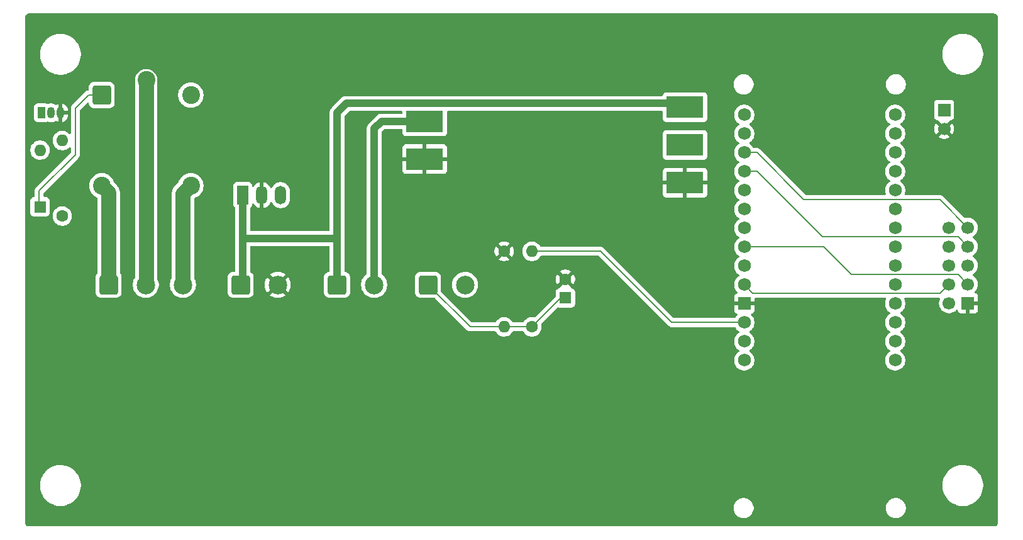
<source format=gbr>
%TF.GenerationSoftware,KiCad,Pcbnew,9.0.3*%
%TF.CreationDate,2025-08-15T10:29:04+02:00*%
%TF.ProjectId,Controller,436f6e74-726f-46c6-9c65-722e6b696361,1.0*%
%TF.SameCoordinates,Original*%
%TF.FileFunction,Copper,L2,Bot*%
%TF.FilePolarity,Positive*%
%FSLAX46Y46*%
G04 Gerber Fmt 4.6, Leading zero omitted, Abs format (unit mm)*
G04 Created by KiCad (PCBNEW 9.0.3) date 2025-08-15 10:29:04*
%MOMM*%
%LPD*%
G01*
G04 APERTURE LIST*
G04 Aperture macros list*
%AMRoundRect*
0 Rectangle with rounded corners*
0 $1 Rounding radius*
0 $2 $3 $4 $5 $6 $7 $8 $9 X,Y pos of 4 corners*
0 Add a 4 corners polygon primitive as box body*
4,1,4,$2,$3,$4,$5,$6,$7,$8,$9,$2,$3,0*
0 Add four circle primitives for the rounded corners*
1,1,$1+$1,$2,$3*
1,1,$1+$1,$4,$5*
1,1,$1+$1,$6,$7*
1,1,$1+$1,$8,$9*
0 Add four rect primitives between the rounded corners*
20,1,$1+$1,$2,$3,$4,$5,0*
20,1,$1+$1,$4,$5,$6,$7,0*
20,1,$1+$1,$6,$7,$8,$9,0*
20,1,$1+$1,$8,$9,$2,$3,0*%
G04 Aperture macros list end*
%TA.AperFunction,ComponentPad*%
%ADD10C,1.600000*%
%TD*%
%TA.AperFunction,ComponentPad*%
%ADD11O,1.600000X1.600000*%
%TD*%
%TA.AperFunction,ComponentPad*%
%ADD12R,1.700000X1.700000*%
%TD*%
%TA.AperFunction,ComponentPad*%
%ADD13C,1.700000*%
%TD*%
%TA.AperFunction,ComponentPad*%
%ADD14R,1.600000X1.600000*%
%TD*%
%TA.AperFunction,ComponentPad*%
%ADD15RoundRect,0.250000X-1.000000X-1.000000X1.000000X-1.000000X1.000000X1.000000X-1.000000X1.000000X0*%
%TD*%
%TA.AperFunction,ComponentPad*%
%ADD16C,2.500000*%
%TD*%
%TA.AperFunction,ComponentPad*%
%ADD17C,1.727200*%
%TD*%
%TA.AperFunction,ComponentPad*%
%ADD18R,1.727200X1.727200*%
%TD*%
%TA.AperFunction,ComponentPad*%
%ADD19R,1.500000X2.500000*%
%TD*%
%TA.AperFunction,ComponentPad*%
%ADD20O,1.500000X2.500000*%
%TD*%
%TA.AperFunction,ComponentPad*%
%ADD21C,2.400000*%
%TD*%
%TA.AperFunction,ComponentPad*%
%ADD22R,5.000000X3.000000*%
%TD*%
%TA.AperFunction,ComponentPad*%
%ADD23R,1.050000X1.500000*%
%TD*%
%TA.AperFunction,ComponentPad*%
%ADD24O,1.050000X1.500000*%
%TD*%
%TA.AperFunction,Conductor*%
%ADD25C,0.200000*%
%TD*%
%TA.AperFunction,Conductor*%
%ADD26C,1.000000*%
%TD*%
%TA.AperFunction,Conductor*%
%ADD27C,2.000000*%
%TD*%
G04 APERTURE END LIST*
D10*
%TO.P,R3,1*%
%TO.N,/L*%
X141750000Y-99660000D03*
D11*
%TO.P,R3,2*%
%TO.N,VCC*%
X141750000Y-89500000D03*
%TD*%
D12*
%TO.P,J1,1,Pin_1*%
%TO.N,Net-(A1-A0{slash}DAC)*%
X197250000Y-70475000D03*
D13*
%TO.P,J1,2,Pin_2*%
%TO.N,GND*%
X197250000Y-73015000D03*
%TD*%
D14*
%TO.P,D1,1,K*%
%TO.N,VCC*%
X75500000Y-83500000D03*
D11*
%TO.P,D1,2,A*%
%TO.N,STATE*%
X75500000Y-75880000D03*
%TD*%
D15*
%TO.P,J6,1,Pin_1*%
%TO.N,/L*%
X127750000Y-94000000D03*
D16*
%TO.P,J6,2,Pin_2*%
%TO.N,/K*%
X132750000Y-94000000D03*
%TD*%
D15*
%TO.P,J3,1,Pin_1*%
%TO.N,VCC24*%
X102523000Y-94000000D03*
D16*
%TO.P,J3,2,Pin_2*%
%TO.N,GND*%
X107523000Y-94000000D03*
%TD*%
D17*
%TO.P,A1,3V3,3.3V*%
%TO.N,VCC*%
X170340000Y-99070000D03*
%TO.P,A1,5V,5V*%
%TO.N,unconnected-(A1-Pad5V)*%
X170340000Y-104150000D03*
%TO.P,A1,A0,A0/DAC*%
%TO.N,Net-(A1-A0{slash}DAC)*%
X190660000Y-101610000D03*
%TO.P,A1,A1,A1*%
%TO.N,/K*%
X190660000Y-99070000D03*
%TO.P,A1,A2,A2*%
%TO.N,unconnected-(A1-PadA2)*%
X190660000Y-96530000D03*
%TO.P,A1,A3,A3*%
%TO.N,unconnected-(A1-PadA3)*%
X190660000Y-93990000D03*
%TO.P,A1,A4,A4*%
%TO.N,unconnected-(A1-PadA4)*%
X190660000Y-91450000D03*
%TO.P,A1,A5,A5*%
%TO.N,unconnected-(A1-PadA5)*%
X190660000Y-88910000D03*
%TO.P,A1,A6,A6*%
%TO.N,unconnected-(A1-PadA6)*%
X190660000Y-86370000D03*
%TO.P,A1,AREF,AREF*%
%TO.N,unconnected-(A1-PadAREF)*%
X190660000Y-104150000D03*
%TO.P,A1,D0,D0*%
%TO.N,unconnected-(A1-PadD0)*%
X190660000Y-83830000D03*
%TO.P,A1,D1,D1*%
%TO.N,unconnected-(A1-PadD1)*%
X190660000Y-81290000D03*
%TO.P,A1,D2,D2*%
%TO.N,CS*%
X190660000Y-78750000D03*
%TO.P,A1,D3,D3*%
%TO.N,DC*%
X190660000Y-76210000D03*
%TO.P,A1,D4,D4*%
%TO.N,RST*%
X190660000Y-73670000D03*
%TO.P,A1,D5,D5*%
%TO.N,unconnected-(A1-PadD5)*%
X190660000Y-71130000D03*
%TO.P,A1,D6,D6*%
%TO.N,unconnected-(A1-PadD6)*%
X170340000Y-71130000D03*
%TO.P,A1,D7,D7*%
%TO.N,unconnected-(A1-PadD7)*%
X170340000Y-73670000D03*
%TO.P,A1,D8,D8_MOSI*%
%TO.N,SDA*%
X170340000Y-76210000D03*
%TO.P,A1,D9,D9_SCK*%
%TO.N,SCL*%
X170340000Y-78750000D03*
%TO.P,A1,D10,D10_MISO*%
%TO.N,unconnected-(A1-D10_MISO-PadD10)*%
X170340000Y-81290000D03*
%TO.P,A1,D11,D11/SDA*%
%TO.N,unconnected-(A1-D11{slash}SDA-PadD11)*%
X170340000Y-83830000D03*
%TO.P,A1,D12,D12/SCL*%
%TO.N,unconnected-(A1-D12{slash}SCL-PadD12)*%
X170340000Y-86370000D03*
%TO.P,A1,D13,D13/RX*%
%TO.N,MODE*%
X170340000Y-88910000D03*
%TO.P,A1,D14,D14/TX*%
%TO.N,VALVE*%
X170340000Y-91450000D03*
D18*
%TO.P,A1,GND,GND*%
%TO.N,GND*%
X170340000Y-96530000D03*
D17*
%TO.P,A1,RST,RESET*%
%TO.N,Reset*%
X170340000Y-93990000D03*
%TO.P,A1,VIN,VIN*%
%TO.N,VCC*%
X170340000Y-101610000D03*
%TD*%
D19*
%TO.P,U4,1,Vin*%
%TO.N,VCC24*%
X102817500Y-81932500D03*
D20*
%TO.P,U4,2,GND*%
%TO.N,GND*%
X105357500Y-81932500D03*
%TO.P,U4,3,Vout*%
%TO.N,VCC*%
X107897500Y-81932500D03*
%TD*%
D12*
%TO.P,J4,1,Pin_1*%
%TO.N,GND*%
X200450000Y-96467500D03*
D13*
%TO.P,J4,2,Pin_2*%
%TO.N,VCC*%
X197910000Y-96467500D03*
%TO.P,J4,3,Pin_3*%
%TO.N,MODE*%
X200450000Y-93927500D03*
%TO.P,J4,4,Pin_4*%
%TO.N,Reset*%
X197910000Y-93927500D03*
%TO.P,J4,5,Pin_5*%
%TO.N,STATE*%
X200450000Y-91387500D03*
%TO.P,J4,6,Pin_6*%
%TO.N,CS*%
X197910000Y-91387500D03*
%TO.P,J4,7,Pin_7*%
%TO.N,SCL*%
X200450000Y-88847500D03*
%TO.P,J4,8,Pin_8*%
%TO.N,DC*%
X197910000Y-88847500D03*
%TO.P,J4,9,Pin_9*%
%TO.N,SDA*%
X200450000Y-86307500D03*
%TO.P,J4,10,Pin_10*%
%TO.N,RST*%
X197910000Y-86307500D03*
%TD*%
D10*
%TO.P,R2,1*%
%TO.N,GND*%
X138000000Y-89500000D03*
D11*
%TO.P,R2,2*%
%TO.N,/L*%
X138000000Y-99660000D03*
%TD*%
D10*
%TO.P,R1,1*%
%TO.N,VALVE*%
X78500000Y-84750000D03*
D11*
%TO.P,R1,2*%
%TO.N,Net-(Q1-B)*%
X78500000Y-74590000D03*
%TD*%
D21*
%TO.P,K1,11*%
%TO.N,/Ventil*%
X89817500Y-66467000D03*
%TO.P,K1,12*%
%TO.N,/Zisterne*%
X95817500Y-80667000D03*
%TO.P,K1,14*%
%TO.N,/Hauswasser*%
X83817500Y-80667000D03*
D15*
%TO.P,K1,A1*%
%TO.N,VCC*%
X83817500Y-68467000D03*
D21*
%TO.P,K1,A2*%
%TO.N,STATE*%
X95817500Y-68467000D03*
%TD*%
D22*
%TO.P,U1,1,+*%
%TO.N,/Sonde Output*%
X127304000Y-72000000D03*
%TO.P,U1,2,-*%
%TO.N,GND*%
X127304000Y-77080000D03*
%TO.P,U1,3,VCC*%
%TO.N,VCC24*%
X162356000Y-70095000D03*
%TO.P,U1,4,Vout*%
%TO.N,Net-(A1-A0{slash}DAC)*%
X162356000Y-75175000D03*
%TO.P,U1,5,GND*%
%TO.N,GND*%
X162356000Y-80255000D03*
%TD*%
D15*
%TO.P,J5,1,Pin_1*%
%TO.N,/Hauswasser*%
X84750000Y-94000000D03*
D16*
%TO.P,J5,2,Pin_2*%
%TO.N,/Ventil*%
X89750000Y-94000000D03*
%TO.P,J5,3,Pin_3*%
%TO.N,/Zisterne*%
X94750000Y-94000000D03*
%TD*%
D15*
%TO.P,J2,1,Pin_1*%
%TO.N,VCC24*%
X115500000Y-94000000D03*
D16*
%TO.P,J2,2,Pin_2*%
%TO.N,/Sonde Output*%
X120500000Y-94000000D03*
%TD*%
D23*
%TO.P,Q1,1,C*%
%TO.N,STATE*%
X75730000Y-70860000D03*
D24*
%TO.P,Q1,2,B*%
%TO.N,Net-(Q1-B)*%
X77000000Y-70860000D03*
%TO.P,Q1,3,E*%
%TO.N,GND*%
X78270000Y-70860000D03*
%TD*%
D14*
%TO.P,C1,1*%
%TO.N,/L*%
X146250000Y-95750000D03*
D10*
%TO.P,C1,2*%
%TO.N,GND*%
X146250000Y-93250000D03*
%TD*%
D25*
%TO.N,SCL*%
X200450000Y-88847500D02*
X199137100Y-87534600D01*
X199137100Y-87534600D02*
X180844600Y-87534600D01*
X172060000Y-78750000D02*
X170340000Y-78750000D01*
X180844600Y-87534600D02*
X172060000Y-78750000D01*
%TO.N,SDA*%
X170340000Y-76210000D02*
X172060000Y-76210000D01*
X172060000Y-76210000D02*
X178365400Y-82515400D01*
X200450000Y-86307500D02*
X196657900Y-82515400D01*
X196250000Y-82515400D02*
X178365400Y-82515400D01*
X196657900Y-82515400D02*
X196250000Y-82515400D01*
%TO.N,VCC*%
X80250000Y-70250000D02*
X80250000Y-76500000D01*
X75399000Y-81351000D02*
X80250000Y-76500000D01*
X82033000Y-68467000D02*
X80250000Y-70250000D01*
X141750000Y-89500000D02*
X151000000Y-89500000D01*
X83817500Y-68467000D02*
X82033000Y-68467000D01*
X75399000Y-83489000D02*
X75399000Y-81351000D01*
X151000000Y-89500000D02*
X160570000Y-99070000D01*
X160570000Y-99070000D02*
X170340000Y-99070000D01*
%TO.N,MODE*%
X199137100Y-92614600D02*
X184771700Y-92614600D01*
X181067100Y-88910000D02*
X170340000Y-88910000D01*
X184771700Y-92614600D02*
X181067100Y-88910000D01*
X200450000Y-93927500D02*
X199137100Y-92614600D01*
%TO.N,Reset*%
X171504600Y-95154600D02*
X196682900Y-95154600D01*
X196682900Y-95154600D02*
X197910000Y-93927500D01*
X170340000Y-93990000D02*
X171504600Y-95154600D01*
D26*
%TO.N,/Sonde Output*%
X120500000Y-94000000D02*
X120500000Y-73000000D01*
X121500000Y-72000000D02*
X127304000Y-72000000D01*
X120500000Y-73000000D02*
X121500000Y-72000000D01*
%TO.N,VCC24*%
X102817500Y-87750000D02*
X102817500Y-93705500D01*
X115500000Y-87500000D02*
X115500000Y-70849000D01*
X115500000Y-94000000D02*
X115500000Y-90500000D01*
X115250000Y-87750000D02*
X115500000Y-87500000D01*
X162356000Y-70095000D02*
X161860000Y-69599000D01*
X115500000Y-90500000D02*
X115500000Y-87500000D01*
X161860000Y-69599000D02*
X116750000Y-69599000D01*
X102817500Y-87750000D02*
X115250000Y-87750000D01*
X102817500Y-93705500D02*
X102523000Y-94000000D01*
X102817500Y-81932500D02*
X102817500Y-87750000D01*
X115500000Y-70849000D02*
X116750000Y-69599000D01*
D27*
%TO.N,/Ventil*%
X89817500Y-66467000D02*
X89817500Y-93932500D01*
X89817500Y-93780000D02*
X89750000Y-93847500D01*
X89817500Y-93932500D02*
X89750000Y-94000000D01*
%TO.N,/Zisterne*%
X94750000Y-81734500D02*
X95817500Y-80667000D01*
X94750000Y-94000000D02*
X94750000Y-81734500D01*
%TO.N,/Hauswasser*%
X84750000Y-94000000D02*
X84750000Y-81599500D01*
X84750000Y-81599500D02*
X83817500Y-80667000D01*
D25*
%TO.N,/L*%
X141750000Y-99660000D02*
X138000000Y-99660000D01*
X146250000Y-95750000D02*
X145660000Y-95750000D01*
X145660000Y-95750000D02*
X141750000Y-99660000D01*
X138000000Y-99660000D02*
X133410000Y-99660000D01*
X133410000Y-99660000D02*
X127750000Y-94000000D01*
%TO.N,STATE*%
X75399000Y-71079000D02*
X75629000Y-70849000D01*
X75629000Y-70725860D02*
X75629000Y-70849000D01*
%TD*%
%TA.AperFunction,Conductor*%
%TO.N,GND*%
G36*
X204006922Y-57501280D02*
G01*
X204097266Y-57511459D01*
X204124331Y-57517636D01*
X204203540Y-57545352D01*
X204228553Y-57557398D01*
X204299606Y-57602043D01*
X204321313Y-57619355D01*
X204380644Y-57678686D01*
X204397957Y-57700395D01*
X204442600Y-57771444D01*
X204454648Y-57796462D01*
X204482362Y-57875666D01*
X204488540Y-57902735D01*
X204498720Y-57993076D01*
X204499500Y-58006961D01*
X204499500Y-125993038D01*
X204498720Y-126006922D01*
X204498720Y-126006923D01*
X204488540Y-126097264D01*
X204482362Y-126124333D01*
X204454648Y-126203537D01*
X204442600Y-126228555D01*
X204397957Y-126299604D01*
X204380644Y-126321313D01*
X204321313Y-126380644D01*
X204299604Y-126397957D01*
X204228555Y-126442600D01*
X204203537Y-126454648D01*
X204124333Y-126482362D01*
X204097264Y-126488540D01*
X204017075Y-126497576D01*
X204006921Y-126498720D01*
X203993038Y-126499500D01*
X74006962Y-126499500D01*
X73993078Y-126498720D01*
X73980553Y-126497308D01*
X73902735Y-126488540D01*
X73875666Y-126482362D01*
X73796462Y-126454648D01*
X73771444Y-126442600D01*
X73700395Y-126397957D01*
X73678686Y-126380644D01*
X73619355Y-126321313D01*
X73602042Y-126299604D01*
X73557399Y-126228555D01*
X73545351Y-126203537D01*
X73517637Y-126124333D01*
X73511459Y-126097263D01*
X73501280Y-126006922D01*
X73500500Y-125993038D01*
X73500500Y-123928513D01*
X168899500Y-123928513D01*
X168899500Y-124141086D01*
X168932753Y-124351039D01*
X168998444Y-124553214D01*
X169094951Y-124742620D01*
X169219890Y-124914586D01*
X169370213Y-125064909D01*
X169542179Y-125189848D01*
X169542181Y-125189849D01*
X169542184Y-125189851D01*
X169731588Y-125286357D01*
X169933757Y-125352046D01*
X170143713Y-125385300D01*
X170143714Y-125385300D01*
X170356286Y-125385300D01*
X170356287Y-125385300D01*
X170566243Y-125352046D01*
X170768412Y-125286357D01*
X170957816Y-125189851D01*
X170979789Y-125173886D01*
X171129786Y-125064909D01*
X171129788Y-125064906D01*
X171129792Y-125064904D01*
X171280104Y-124914592D01*
X171280106Y-124914588D01*
X171280109Y-124914586D01*
X171405048Y-124742620D01*
X171405047Y-124742620D01*
X171405051Y-124742616D01*
X171501557Y-124553212D01*
X171567246Y-124351043D01*
X171600500Y-124141087D01*
X171600500Y-123928513D01*
X189399500Y-123928513D01*
X189399500Y-124141086D01*
X189432753Y-124351039D01*
X189498444Y-124553214D01*
X189594951Y-124742620D01*
X189719890Y-124914586D01*
X189870213Y-125064909D01*
X190042179Y-125189848D01*
X190042181Y-125189849D01*
X190042184Y-125189851D01*
X190231588Y-125286357D01*
X190433757Y-125352046D01*
X190643713Y-125385300D01*
X190643714Y-125385300D01*
X190856286Y-125385300D01*
X190856287Y-125385300D01*
X191066243Y-125352046D01*
X191268412Y-125286357D01*
X191457816Y-125189851D01*
X191479789Y-125173886D01*
X191629786Y-125064909D01*
X191629788Y-125064906D01*
X191629792Y-125064904D01*
X191780104Y-124914592D01*
X191780106Y-124914588D01*
X191780109Y-124914586D01*
X191905048Y-124742620D01*
X191905047Y-124742620D01*
X191905051Y-124742616D01*
X192001557Y-124553212D01*
X192067246Y-124351043D01*
X192100500Y-124141087D01*
X192100500Y-123928513D01*
X192067246Y-123718557D01*
X192001557Y-123516388D01*
X191905051Y-123326984D01*
X191905049Y-123326981D01*
X191905048Y-123326979D01*
X191780109Y-123155013D01*
X191629786Y-123004690D01*
X191457820Y-122879751D01*
X191268414Y-122783244D01*
X191268413Y-122783243D01*
X191268412Y-122783243D01*
X191066243Y-122717554D01*
X191066241Y-122717553D01*
X191066240Y-122717553D01*
X190904957Y-122692008D01*
X190856287Y-122684300D01*
X190643713Y-122684300D01*
X190595042Y-122692008D01*
X190433760Y-122717553D01*
X190231585Y-122783244D01*
X190042179Y-122879751D01*
X189870213Y-123004690D01*
X189719890Y-123155013D01*
X189594951Y-123326979D01*
X189498444Y-123516385D01*
X189432753Y-123718560D01*
X189399500Y-123928513D01*
X171600500Y-123928513D01*
X171567246Y-123718557D01*
X171501557Y-123516388D01*
X171405051Y-123326984D01*
X171405049Y-123326981D01*
X171405048Y-123326979D01*
X171280109Y-123155013D01*
X171129786Y-123004690D01*
X170957820Y-122879751D01*
X170768414Y-122783244D01*
X170768413Y-122783243D01*
X170768412Y-122783243D01*
X170566243Y-122717554D01*
X170566241Y-122717553D01*
X170566240Y-122717553D01*
X170404957Y-122692008D01*
X170356287Y-122684300D01*
X170143713Y-122684300D01*
X170095042Y-122692008D01*
X169933760Y-122717553D01*
X169731585Y-122783244D01*
X169542179Y-122879751D01*
X169370213Y-123004690D01*
X169219890Y-123155013D01*
X169094951Y-123326979D01*
X168998444Y-123516385D01*
X168932753Y-123718560D01*
X168899500Y-123928513D01*
X73500500Y-123928513D01*
X73500500Y-120845527D01*
X75499478Y-120845527D01*
X75499478Y-121154472D01*
X75534064Y-121461441D01*
X75534067Y-121461455D01*
X75602810Y-121762641D01*
X75602814Y-121762653D01*
X75704842Y-122054231D01*
X75704848Y-122054245D01*
X75838884Y-122332573D01*
X75838886Y-122332576D01*
X76003247Y-122594156D01*
X76195863Y-122835689D01*
X76414311Y-123054137D01*
X76655844Y-123246753D01*
X76917424Y-123411114D01*
X77195762Y-123545155D01*
X77195768Y-123545157D01*
X77487346Y-123647185D01*
X77487358Y-123647189D01*
X77788544Y-123715933D01*
X77788553Y-123715934D01*
X77788558Y-123715935D01*
X77993204Y-123738992D01*
X78095528Y-123750521D01*
X78095531Y-123750522D01*
X78095534Y-123750522D01*
X78404469Y-123750522D01*
X78404470Y-123750521D01*
X78561356Y-123732844D01*
X78711441Y-123715935D01*
X78711444Y-123715934D01*
X78711456Y-123715933D01*
X79012642Y-123647189D01*
X79304238Y-123545155D01*
X79582576Y-123411114D01*
X79844156Y-123246753D01*
X80085689Y-123054137D01*
X80304137Y-122835689D01*
X80496753Y-122594156D01*
X80661114Y-122332576D01*
X80795155Y-122054238D01*
X80897189Y-121762642D01*
X80965933Y-121461456D01*
X80979470Y-121341315D01*
X81000521Y-121154472D01*
X81000522Y-121154468D01*
X81000522Y-120845531D01*
X81000521Y-120845527D01*
X196999478Y-120845527D01*
X196999478Y-121154472D01*
X197034064Y-121461441D01*
X197034067Y-121461455D01*
X197102810Y-121762641D01*
X197102814Y-121762653D01*
X197204842Y-122054231D01*
X197204848Y-122054245D01*
X197338884Y-122332573D01*
X197338886Y-122332576D01*
X197503247Y-122594156D01*
X197695863Y-122835689D01*
X197914311Y-123054137D01*
X198155844Y-123246753D01*
X198417424Y-123411114D01*
X198695762Y-123545155D01*
X198695768Y-123545157D01*
X198987346Y-123647185D01*
X198987358Y-123647189D01*
X199288544Y-123715933D01*
X199288553Y-123715934D01*
X199288558Y-123715935D01*
X199493204Y-123738992D01*
X199595528Y-123750521D01*
X199595531Y-123750522D01*
X199595534Y-123750522D01*
X199904469Y-123750522D01*
X199904470Y-123750521D01*
X200061356Y-123732844D01*
X200211441Y-123715935D01*
X200211444Y-123715934D01*
X200211456Y-123715933D01*
X200512642Y-123647189D01*
X200804238Y-123545155D01*
X201082576Y-123411114D01*
X201344156Y-123246753D01*
X201585689Y-123054137D01*
X201804137Y-122835689D01*
X201996753Y-122594156D01*
X202161114Y-122332576D01*
X202295155Y-122054238D01*
X202397189Y-121762642D01*
X202465933Y-121461456D01*
X202479470Y-121341315D01*
X202500521Y-121154472D01*
X202500522Y-121154468D01*
X202500522Y-120845531D01*
X202500521Y-120845527D01*
X202465935Y-120538558D01*
X202465934Y-120538553D01*
X202465933Y-120538544D01*
X202397189Y-120237358D01*
X202295155Y-119945762D01*
X202161114Y-119667424D01*
X201996753Y-119405844D01*
X201804137Y-119164311D01*
X201585689Y-118945863D01*
X201344156Y-118753247D01*
X201082576Y-118588886D01*
X201082573Y-118588884D01*
X200804245Y-118454848D01*
X200804231Y-118454842D01*
X200512653Y-118352814D01*
X200512641Y-118352810D01*
X200280199Y-118299757D01*
X200211456Y-118284067D01*
X200211453Y-118284066D01*
X200211441Y-118284064D01*
X199904472Y-118249478D01*
X199904466Y-118249478D01*
X199595534Y-118249478D01*
X199595527Y-118249478D01*
X199288558Y-118284064D01*
X199288544Y-118284067D01*
X198987358Y-118352810D01*
X198987346Y-118352814D01*
X198695768Y-118454842D01*
X198695754Y-118454848D01*
X198417426Y-118588884D01*
X198155845Y-118753246D01*
X197914311Y-118945862D01*
X197695862Y-119164311D01*
X197503246Y-119405845D01*
X197338884Y-119667426D01*
X197204848Y-119945754D01*
X197204842Y-119945768D01*
X197102814Y-120237346D01*
X197102810Y-120237358D01*
X197034067Y-120538544D01*
X197034064Y-120538558D01*
X196999478Y-120845527D01*
X81000521Y-120845527D01*
X80965935Y-120538558D01*
X80965934Y-120538553D01*
X80965933Y-120538544D01*
X80897189Y-120237358D01*
X80795155Y-119945762D01*
X80661114Y-119667424D01*
X80496753Y-119405844D01*
X80304137Y-119164311D01*
X80085689Y-118945863D01*
X79844156Y-118753247D01*
X79582576Y-118588886D01*
X79582573Y-118588884D01*
X79304245Y-118454848D01*
X79304231Y-118454842D01*
X79012653Y-118352814D01*
X79012641Y-118352810D01*
X78780199Y-118299757D01*
X78711456Y-118284067D01*
X78711453Y-118284066D01*
X78711441Y-118284064D01*
X78404472Y-118249478D01*
X78404466Y-118249478D01*
X78095534Y-118249478D01*
X78095527Y-118249478D01*
X77788558Y-118284064D01*
X77788544Y-118284067D01*
X77487358Y-118352810D01*
X77487346Y-118352814D01*
X77195768Y-118454842D01*
X77195754Y-118454848D01*
X76917426Y-118588884D01*
X76655845Y-118753246D01*
X76414311Y-118945862D01*
X76195862Y-119164311D01*
X76003246Y-119405845D01*
X75838884Y-119667426D01*
X75704848Y-119945754D01*
X75704842Y-119945768D01*
X75602814Y-120237346D01*
X75602810Y-120237358D01*
X75534067Y-120538544D01*
X75534064Y-120538558D01*
X75499478Y-120845527D01*
X73500500Y-120845527D01*
X73500500Y-82652135D01*
X74199500Y-82652135D01*
X74199500Y-84347870D01*
X74199501Y-84347876D01*
X74205908Y-84407483D01*
X74256202Y-84542328D01*
X74256206Y-84542335D01*
X74342452Y-84657544D01*
X74342455Y-84657547D01*
X74457664Y-84743793D01*
X74457671Y-84743797D01*
X74592517Y-84794091D01*
X74592516Y-84794091D01*
X74599444Y-84794835D01*
X74652127Y-84800500D01*
X76347872Y-84800499D01*
X76407483Y-84794091D01*
X76542331Y-84743796D01*
X76657546Y-84657546D01*
X76664956Y-84647648D01*
X77199500Y-84647648D01*
X77199500Y-84852351D01*
X77231522Y-85054534D01*
X77294781Y-85249223D01*
X77335697Y-85329523D01*
X77385727Y-85427713D01*
X77387715Y-85431613D01*
X77508028Y-85597213D01*
X77652786Y-85741971D01*
X77807749Y-85854556D01*
X77818390Y-85862287D01*
X77934607Y-85921503D01*
X78000776Y-85955218D01*
X78000778Y-85955218D01*
X78000781Y-85955220D01*
X78105137Y-85989127D01*
X78195465Y-86018477D01*
X78296557Y-86034488D01*
X78397648Y-86050500D01*
X78397649Y-86050500D01*
X78602351Y-86050500D01*
X78602352Y-86050500D01*
X78804534Y-86018477D01*
X78999219Y-85955220D01*
X79181610Y-85862287D01*
X79282365Y-85789085D01*
X79347213Y-85741971D01*
X79347215Y-85741968D01*
X79347219Y-85741966D01*
X79491966Y-85597219D01*
X79491968Y-85597215D01*
X79491971Y-85597213D01*
X79544732Y-85524590D01*
X79612287Y-85431610D01*
X79705220Y-85249219D01*
X79768477Y-85054534D01*
X79800500Y-84852352D01*
X79800500Y-84647648D01*
X79787959Y-84568467D01*
X79768477Y-84445465D01*
X79705218Y-84250776D01*
X79653577Y-84149427D01*
X79612287Y-84068390D01*
X79604556Y-84057749D01*
X79491971Y-83902786D01*
X79347213Y-83758028D01*
X79181613Y-83637715D01*
X79181612Y-83637714D01*
X79181610Y-83637713D01*
X79124653Y-83608691D01*
X78999223Y-83544781D01*
X78804534Y-83481522D01*
X78629995Y-83453878D01*
X78602352Y-83449500D01*
X78397648Y-83449500D01*
X78373329Y-83453351D01*
X78195465Y-83481522D01*
X78000776Y-83544781D01*
X77818386Y-83637715D01*
X77652786Y-83758028D01*
X77508028Y-83902786D01*
X77387715Y-84068386D01*
X77294781Y-84250776D01*
X77231522Y-84445465D01*
X77199500Y-84647648D01*
X76664956Y-84647648D01*
X76743796Y-84542331D01*
X76794091Y-84407483D01*
X76800500Y-84347873D01*
X76800499Y-82652128D01*
X76794091Y-82592517D01*
X76752482Y-82480958D01*
X76743797Y-82457671D01*
X76743793Y-82457664D01*
X76657547Y-82342455D01*
X76657544Y-82342452D01*
X76542335Y-82256206D01*
X76542328Y-82256202D01*
X76407482Y-82205908D01*
X76407483Y-82205908D01*
X76347883Y-82199501D01*
X76347881Y-82199500D01*
X76347873Y-82199500D01*
X76347865Y-82199500D01*
X76123500Y-82199500D01*
X76056461Y-82179815D01*
X76010706Y-82127011D01*
X75999500Y-82075500D01*
X75999500Y-81651096D01*
X76019185Y-81584057D01*
X76035814Y-81563420D01*
X77043685Y-80555549D01*
X82117000Y-80555549D01*
X82117000Y-80778450D01*
X82117001Y-80778466D01*
X82146094Y-80999452D01*
X82146095Y-80999457D01*
X82146096Y-80999463D01*
X82188712Y-81158508D01*
X82203790Y-81214780D01*
X82203793Y-81214790D01*
X82279415Y-81397357D01*
X82289095Y-81420726D01*
X82400552Y-81613774D01*
X82400557Y-81613780D01*
X82400558Y-81613782D01*
X82536251Y-81790622D01*
X82536257Y-81790629D01*
X82693870Y-81948242D01*
X82693877Y-81948248D01*
X82767765Y-82004944D01*
X82870726Y-82083948D01*
X83063774Y-82195405D01*
X83063777Y-82195406D01*
X83063782Y-82195409D01*
X83172952Y-82240628D01*
X83227356Y-82284468D01*
X83249421Y-82350762D01*
X83249500Y-82355189D01*
X83249500Y-92387770D01*
X83229815Y-92454809D01*
X83213181Y-92475451D01*
X83157289Y-92531342D01*
X83065187Y-92680663D01*
X83065185Y-92680668D01*
X83063638Y-92685337D01*
X83010001Y-92847203D01*
X83010001Y-92847204D01*
X83010000Y-92847204D01*
X82999500Y-92949983D01*
X82999500Y-95050001D01*
X82999501Y-95050018D01*
X83010000Y-95152796D01*
X83010001Y-95152799D01*
X83065046Y-95318911D01*
X83065186Y-95319334D01*
X83157288Y-95468656D01*
X83281344Y-95592712D01*
X83430666Y-95684814D01*
X83597203Y-95739999D01*
X83699991Y-95750500D01*
X85800008Y-95750499D01*
X85902797Y-95739999D01*
X86069334Y-95684814D01*
X86218656Y-95592712D01*
X86342712Y-95468656D01*
X86434814Y-95319334D01*
X86489999Y-95152797D01*
X86500500Y-95050009D01*
X86500499Y-93885258D01*
X87999500Y-93885258D01*
X87999500Y-94114741D01*
X88016485Y-94243747D01*
X88029452Y-94342238D01*
X88073386Y-94506202D01*
X88088842Y-94563887D01*
X88176650Y-94775876D01*
X88176657Y-94775890D01*
X88194787Y-94807292D01*
X88291228Y-94974334D01*
X88291392Y-94974617D01*
X88431081Y-95156661D01*
X88431089Y-95156670D01*
X88593330Y-95318911D01*
X88593338Y-95318918D01*
X88593339Y-95318919D01*
X88643962Y-95357764D01*
X88775382Y-95458607D01*
X88775385Y-95458608D01*
X88775388Y-95458611D01*
X88974112Y-95573344D01*
X88974117Y-95573346D01*
X88974123Y-95573349D01*
X89020865Y-95592710D01*
X89186113Y-95661158D01*
X89407762Y-95720548D01*
X89624312Y-95749057D01*
X89635250Y-95750498D01*
X89635266Y-95750500D01*
X89635273Y-95750500D01*
X89864727Y-95750500D01*
X89864734Y-95750500D01*
X90092238Y-95720548D01*
X90313887Y-95661158D01*
X90525888Y-95573344D01*
X90724612Y-95458611D01*
X90906661Y-95318919D01*
X90906665Y-95318914D01*
X90906670Y-95318911D01*
X91068911Y-95156670D01*
X91068914Y-95156665D01*
X91068919Y-95156661D01*
X91208611Y-94974612D01*
X91323344Y-94775888D01*
X91411158Y-94563887D01*
X91470548Y-94342238D01*
X91500500Y-94114734D01*
X91500500Y-93885266D01*
X91500499Y-93885258D01*
X92999500Y-93885258D01*
X92999500Y-94114741D01*
X93016485Y-94243747D01*
X93029452Y-94342238D01*
X93073386Y-94506202D01*
X93088842Y-94563887D01*
X93176650Y-94775876D01*
X93176657Y-94775890D01*
X93194787Y-94807292D01*
X93291228Y-94974334D01*
X93291392Y-94974617D01*
X93431081Y-95156661D01*
X93431089Y-95156670D01*
X93593330Y-95318911D01*
X93593338Y-95318918D01*
X93593339Y-95318919D01*
X93643962Y-95357764D01*
X93775382Y-95458607D01*
X93775385Y-95458608D01*
X93775388Y-95458611D01*
X93974112Y-95573344D01*
X93974117Y-95573346D01*
X93974123Y-95573349D01*
X94020865Y-95592710D01*
X94186113Y-95661158D01*
X94407762Y-95720548D01*
X94624312Y-95749057D01*
X94635250Y-95750498D01*
X94635266Y-95750500D01*
X94635273Y-95750500D01*
X94864727Y-95750500D01*
X94864734Y-95750500D01*
X95092238Y-95720548D01*
X95313887Y-95661158D01*
X95525888Y-95573344D01*
X95724612Y-95458611D01*
X95906661Y-95318919D01*
X95906665Y-95318914D01*
X95906670Y-95318911D01*
X96068911Y-95156670D01*
X96068914Y-95156665D01*
X96068919Y-95156661D01*
X96208611Y-94974612D01*
X96323344Y-94775888D01*
X96411158Y-94563887D01*
X96470548Y-94342238D01*
X96500500Y-94114734D01*
X96500500Y-93885266D01*
X96470548Y-93657762D01*
X96411158Y-93436113D01*
X96351658Y-93292468D01*
X96323349Y-93224123D01*
X96323342Y-93224108D01*
X96267113Y-93126716D01*
X96262962Y-93111227D01*
X96255523Y-93099651D01*
X96250500Y-93064716D01*
X96250500Y-92949983D01*
X100772500Y-92949983D01*
X100772500Y-95050001D01*
X100772501Y-95050018D01*
X100783000Y-95152796D01*
X100783001Y-95152799D01*
X100838046Y-95318911D01*
X100838186Y-95319334D01*
X100930288Y-95468656D01*
X101054344Y-95592712D01*
X101203666Y-95684814D01*
X101370203Y-95739999D01*
X101472991Y-95750500D01*
X103573008Y-95750499D01*
X103675797Y-95739999D01*
X103842334Y-95684814D01*
X103991656Y-95592712D01*
X104115712Y-95468656D01*
X104207814Y-95319334D01*
X104262999Y-95152797D01*
X104273500Y-95050009D01*
X104273499Y-93885305D01*
X105773000Y-93885305D01*
X105773000Y-94114694D01*
X105773001Y-94114710D01*
X105802942Y-94342137D01*
X105862318Y-94563730D01*
X105950102Y-94775659D01*
X105950106Y-94775669D01*
X106064799Y-94974324D01*
X106064805Y-94974331D01*
X106121381Y-95048064D01*
X106921958Y-94247487D01*
X106946978Y-94307890D01*
X107018112Y-94414351D01*
X107108649Y-94504888D01*
X107215110Y-94576022D01*
X107275511Y-94601041D01*
X106474934Y-95401617D01*
X106474934Y-95401618D01*
X106548666Y-95458194D01*
X106747330Y-95572893D01*
X106747340Y-95572897D01*
X106959269Y-95660681D01*
X107180862Y-95720057D01*
X107408289Y-95749998D01*
X107408306Y-95750000D01*
X107637694Y-95750000D01*
X107637710Y-95749998D01*
X107865137Y-95720057D01*
X108086730Y-95660681D01*
X108298659Y-95572897D01*
X108298668Y-95572893D01*
X108497327Y-95458197D01*
X108497334Y-95458192D01*
X108571064Y-95401617D01*
X107770488Y-94601041D01*
X107830890Y-94576022D01*
X107937351Y-94504888D01*
X108027888Y-94414351D01*
X108099022Y-94307890D01*
X108124041Y-94247488D01*
X108924617Y-95048064D01*
X108981192Y-94974334D01*
X108981197Y-94974327D01*
X109095893Y-94775668D01*
X109095897Y-94775659D01*
X109183681Y-94563730D01*
X109243057Y-94342137D01*
X109272998Y-94114710D01*
X109273000Y-94114694D01*
X109273000Y-93885305D01*
X109272998Y-93885289D01*
X109243057Y-93657862D01*
X109183681Y-93436269D01*
X109095897Y-93224340D01*
X109095893Y-93224330D01*
X108981194Y-93025666D01*
X108924618Y-92951934D01*
X108924617Y-92951934D01*
X108124041Y-93752510D01*
X108099022Y-93692110D01*
X108027888Y-93585649D01*
X107937351Y-93495112D01*
X107830890Y-93423978D01*
X107770487Y-93398957D01*
X108571064Y-92598381D01*
X108571064Y-92598380D01*
X108497331Y-92541805D01*
X108497324Y-92541799D01*
X108298669Y-92427106D01*
X108298659Y-92427102D01*
X108086730Y-92339318D01*
X107865137Y-92279942D01*
X107637710Y-92250001D01*
X107637694Y-92250000D01*
X107408306Y-92250000D01*
X107408289Y-92250001D01*
X107180862Y-92279942D01*
X106959269Y-92339318D01*
X106747340Y-92427102D01*
X106747330Y-92427106D01*
X106548673Y-92541801D01*
X106548659Y-92541810D01*
X106474934Y-92598380D01*
X107275511Y-93398958D01*
X107215110Y-93423978D01*
X107108649Y-93495112D01*
X107018112Y-93585649D01*
X106946978Y-93692110D01*
X106921958Y-93752511D01*
X106121380Y-92951934D01*
X106064810Y-93025659D01*
X106064801Y-93025673D01*
X105950106Y-93224330D01*
X105950102Y-93224340D01*
X105862318Y-93436269D01*
X105802942Y-93657862D01*
X105773001Y-93885289D01*
X105773000Y-93885305D01*
X104273499Y-93885305D01*
X104273499Y-92949992D01*
X104273491Y-92949918D01*
X104262999Y-92847203D01*
X104262998Y-92847200D01*
X104218913Y-92714161D01*
X104207814Y-92680666D01*
X104115712Y-92531344D01*
X103991656Y-92407288D01*
X103916677Y-92361041D01*
X103876903Y-92336508D01*
X103830179Y-92284560D01*
X103818000Y-92230969D01*
X103818000Y-88874500D01*
X103837685Y-88807461D01*
X103890489Y-88761706D01*
X103942000Y-88750500D01*
X114375500Y-88750500D01*
X114442539Y-88770185D01*
X114488294Y-88822989D01*
X114499500Y-88874500D01*
X114499500Y-92132465D01*
X114479815Y-92199504D01*
X114427011Y-92245259D01*
X114388102Y-92255823D01*
X114347202Y-92260001D01*
X114347200Y-92260001D01*
X114180668Y-92315185D01*
X114180663Y-92315187D01*
X114031342Y-92407289D01*
X113907289Y-92531342D01*
X113815187Y-92680663D01*
X113815185Y-92680668D01*
X113813638Y-92685337D01*
X113760001Y-92847203D01*
X113760001Y-92847204D01*
X113760000Y-92847204D01*
X113749500Y-92949983D01*
X113749500Y-95050001D01*
X113749501Y-95050018D01*
X113760000Y-95152796D01*
X113760001Y-95152799D01*
X113815046Y-95318911D01*
X113815186Y-95319334D01*
X113907288Y-95468656D01*
X114031344Y-95592712D01*
X114180666Y-95684814D01*
X114347203Y-95739999D01*
X114449991Y-95750500D01*
X116550008Y-95750499D01*
X116652797Y-95739999D01*
X116819334Y-95684814D01*
X116968656Y-95592712D01*
X117092712Y-95468656D01*
X117184814Y-95319334D01*
X117239999Y-95152797D01*
X117250500Y-95050009D01*
X117250499Y-92949992D01*
X117250491Y-92949918D01*
X117239999Y-92847203D01*
X117239998Y-92847200D01*
X117215766Y-92774073D01*
X117184814Y-92680666D01*
X117092712Y-92531344D01*
X116968656Y-92407288D01*
X116875888Y-92350069D01*
X116819336Y-92315187D01*
X116819331Y-92315185D01*
X116817862Y-92314698D01*
X116652797Y-92260001D01*
X116652795Y-92260000D01*
X116611896Y-92255822D01*
X116547205Y-92229425D01*
X116507054Y-92172244D01*
X116500500Y-92132464D01*
X116500500Y-71314782D01*
X116520185Y-71247743D01*
X116536819Y-71227101D01*
X117128101Y-70635819D01*
X117189424Y-70602334D01*
X117215782Y-70599500D01*
X124179500Y-70599500D01*
X124188185Y-70602050D01*
X124197147Y-70600762D01*
X124221187Y-70611740D01*
X124246539Y-70619185D01*
X124252466Y-70626025D01*
X124260703Y-70629787D01*
X124274992Y-70652021D01*
X124292294Y-70671989D01*
X124294581Y-70682503D01*
X124298477Y-70688565D01*
X124303500Y-70723500D01*
X124303500Y-70875500D01*
X124283815Y-70942539D01*
X124231011Y-70988294D01*
X124179500Y-70999500D01*
X121604675Y-70999500D01*
X121604655Y-70999499D01*
X121598541Y-70999499D01*
X121401460Y-70999499D01*
X121401457Y-70999499D01*
X121208172Y-71037946D01*
X121208164Y-71037948D01*
X121026088Y-71113366D01*
X121026079Y-71113371D01*
X120862219Y-71222859D01*
X120862215Y-71222862D01*
X120091739Y-71993340D01*
X119862220Y-72222859D01*
X119862218Y-72222861D01*
X119792538Y-72292540D01*
X119722859Y-72362219D01*
X119613371Y-72526079D01*
X119613364Y-72526092D01*
X119537950Y-72708160D01*
X119537947Y-72708170D01*
X119499500Y-72901456D01*
X119499500Y-92500103D01*
X119479815Y-92567142D01*
X119450988Y-92598478D01*
X119343339Y-92681081D01*
X119181081Y-92843338D01*
X119041392Y-93025382D01*
X118926657Y-93224109D01*
X118926650Y-93224123D01*
X118838842Y-93436112D01*
X118779453Y-93657759D01*
X118779451Y-93657770D01*
X118749500Y-93885258D01*
X118749500Y-94114741D01*
X118766485Y-94243747D01*
X118779452Y-94342238D01*
X118823386Y-94506202D01*
X118838842Y-94563887D01*
X118926650Y-94775876D01*
X118926657Y-94775890D01*
X118944787Y-94807292D01*
X119041228Y-94974334D01*
X119041392Y-94974617D01*
X119181081Y-95156661D01*
X119181089Y-95156670D01*
X119343330Y-95318911D01*
X119343338Y-95318918D01*
X119343339Y-95318919D01*
X119393962Y-95357764D01*
X119525382Y-95458607D01*
X119525385Y-95458608D01*
X119525388Y-95458611D01*
X119724112Y-95573344D01*
X119724117Y-95573346D01*
X119724123Y-95573349D01*
X119770865Y-95592710D01*
X119936113Y-95661158D01*
X120157762Y-95720548D01*
X120374312Y-95749057D01*
X120385250Y-95750498D01*
X120385266Y-95750500D01*
X120385273Y-95750500D01*
X120614727Y-95750500D01*
X120614734Y-95750500D01*
X120842238Y-95720548D01*
X121063887Y-95661158D01*
X121275888Y-95573344D01*
X121474612Y-95458611D01*
X121656661Y-95318919D01*
X121656665Y-95318914D01*
X121656670Y-95318911D01*
X121818911Y-95156670D01*
X121818914Y-95156665D01*
X121818919Y-95156661D01*
X121958611Y-94974612D01*
X122073344Y-94775888D01*
X122161158Y-94563887D01*
X122220548Y-94342238D01*
X122250500Y-94114734D01*
X122250500Y-93885266D01*
X122220548Y-93657762D01*
X122161158Y-93436113D01*
X122101658Y-93292468D01*
X122073349Y-93224123D01*
X122073346Y-93224117D01*
X122073344Y-93224112D01*
X121958611Y-93025388D01*
X121958608Y-93025385D01*
X121958607Y-93025382D01*
X121956258Y-93022321D01*
X121900751Y-92949983D01*
X125999500Y-92949983D01*
X125999500Y-95050001D01*
X125999501Y-95050018D01*
X126010000Y-95152796D01*
X126010001Y-95152799D01*
X126065046Y-95318911D01*
X126065186Y-95319334D01*
X126157288Y-95468656D01*
X126281344Y-95592712D01*
X126430666Y-95684814D01*
X126597203Y-95739999D01*
X126699991Y-95750500D01*
X128599901Y-95750499D01*
X128666940Y-95770184D01*
X128687582Y-95786818D01*
X133041284Y-100140520D01*
X133041286Y-100140521D01*
X133041290Y-100140524D01*
X133178209Y-100219573D01*
X133178216Y-100219577D01*
X133330943Y-100260501D01*
X133330945Y-100260501D01*
X133496654Y-100260501D01*
X133496670Y-100260500D01*
X136770398Y-100260500D01*
X136837437Y-100280185D01*
X136880883Y-100328205D01*
X136887715Y-100341614D01*
X137008028Y-100507213D01*
X137152786Y-100651971D01*
X137248279Y-100721349D01*
X137318390Y-100772287D01*
X137434607Y-100831503D01*
X137500776Y-100865218D01*
X137500778Y-100865218D01*
X137500781Y-100865220D01*
X137592604Y-100895055D01*
X137695465Y-100928477D01*
X137796557Y-100944488D01*
X137897648Y-100960500D01*
X137897649Y-100960500D01*
X138102351Y-100960500D01*
X138102352Y-100960500D01*
X138304534Y-100928477D01*
X138499219Y-100865220D01*
X138681610Y-100772287D01*
X138774590Y-100704732D01*
X138847213Y-100651971D01*
X138847215Y-100651968D01*
X138847219Y-100651966D01*
X138991966Y-100507219D01*
X138991968Y-100507215D01*
X138991971Y-100507213D01*
X139112284Y-100341614D01*
X139112285Y-100341613D01*
X139112287Y-100341610D01*
X139119117Y-100328204D01*
X139167091Y-100277409D01*
X139229602Y-100260500D01*
X140520398Y-100260500D01*
X140587437Y-100280185D01*
X140630883Y-100328205D01*
X140637715Y-100341614D01*
X140758028Y-100507213D01*
X140902786Y-100651971D01*
X140998279Y-100721349D01*
X141068390Y-100772287D01*
X141184607Y-100831503D01*
X141250776Y-100865218D01*
X141250778Y-100865218D01*
X141250781Y-100865220D01*
X141342604Y-100895055D01*
X141445465Y-100928477D01*
X141546557Y-100944488D01*
X141647648Y-100960500D01*
X141647649Y-100960500D01*
X141852351Y-100960500D01*
X141852352Y-100960500D01*
X142054534Y-100928477D01*
X142249219Y-100865220D01*
X142431610Y-100772287D01*
X142524590Y-100704732D01*
X142597213Y-100651971D01*
X142597215Y-100651968D01*
X142597219Y-100651966D01*
X142741966Y-100507219D01*
X142741968Y-100507215D01*
X142741971Y-100507213D01*
X142794732Y-100434590D01*
X142862287Y-100341610D01*
X142955220Y-100159219D01*
X143018477Y-99964534D01*
X143050500Y-99762352D01*
X143050500Y-99557648D01*
X143018477Y-99355466D01*
X143013825Y-99341151D01*
X143011832Y-99271312D01*
X143044075Y-99215158D01*
X145193397Y-97065836D01*
X145254718Y-97032353D01*
X145324408Y-97037336D01*
X145342517Y-97044091D01*
X145402127Y-97050500D01*
X147097872Y-97050499D01*
X147157483Y-97044091D01*
X147292331Y-96993796D01*
X147407546Y-96907546D01*
X147493796Y-96792331D01*
X147544091Y-96657483D01*
X147550500Y-96597873D01*
X147550499Y-94902128D01*
X147544091Y-94842517D01*
X147519158Y-94775669D01*
X147493797Y-94707671D01*
X147493793Y-94707664D01*
X147407547Y-94592455D01*
X147407544Y-94592452D01*
X147292335Y-94506206D01*
X147292328Y-94506202D01*
X147157482Y-94455908D01*
X147157483Y-94455908D01*
X147097883Y-94449501D01*
X147097881Y-94449500D01*
X147097873Y-94449500D01*
X147097864Y-94449500D01*
X147094548Y-94449322D01*
X147094632Y-94447742D01*
X147033579Y-94429815D01*
X146987824Y-94377011D01*
X146980173Y-94333725D01*
X146296447Y-93650000D01*
X146302661Y-93650000D01*
X146404394Y-93622741D01*
X146495606Y-93570080D01*
X146570080Y-93495606D01*
X146622741Y-93404394D01*
X146650000Y-93302661D01*
X146650000Y-93296447D01*
X147329474Y-93975921D01*
X147361859Y-93931349D01*
X147454755Y-93749031D01*
X147517990Y-93554417D01*
X147550000Y-93352317D01*
X147550000Y-93147682D01*
X147517990Y-92945582D01*
X147454755Y-92750968D01*
X147361859Y-92568650D01*
X147329474Y-92524077D01*
X147329474Y-92524076D01*
X146650000Y-93203551D01*
X146650000Y-93197339D01*
X146622741Y-93095606D01*
X146570080Y-93004394D01*
X146495606Y-92929920D01*
X146404394Y-92877259D01*
X146302661Y-92850000D01*
X146296446Y-92850000D01*
X146975922Y-92170524D01*
X146975921Y-92170523D01*
X146931359Y-92138147D01*
X146931350Y-92138141D01*
X146749031Y-92045244D01*
X146554417Y-91982009D01*
X146352317Y-91950000D01*
X146147683Y-91950000D01*
X145945582Y-91982009D01*
X145750968Y-92045244D01*
X145568644Y-92138143D01*
X145524077Y-92170523D01*
X145524077Y-92170524D01*
X146203554Y-92850000D01*
X146197339Y-92850000D01*
X146095606Y-92877259D01*
X146004394Y-92929920D01*
X145929920Y-93004394D01*
X145877259Y-93095606D01*
X145850000Y-93197339D01*
X145850000Y-93203553D01*
X145170524Y-92524077D01*
X145170523Y-92524077D01*
X145138143Y-92568644D01*
X145045244Y-92750968D01*
X144982009Y-92945582D01*
X144950000Y-93147682D01*
X144950000Y-93352317D01*
X144982009Y-93554417D01*
X145045244Y-93749031D01*
X145138141Y-93931350D01*
X145138147Y-93931359D01*
X145170523Y-93975921D01*
X145170524Y-93975922D01*
X145850000Y-93296446D01*
X145850000Y-93302661D01*
X145877259Y-93404394D01*
X145929920Y-93495606D01*
X146004394Y-93570080D01*
X146095606Y-93622741D01*
X146197339Y-93650000D01*
X146203553Y-93650000D01*
X145519067Y-94334483D01*
X145508633Y-94384150D01*
X145459581Y-94433906D01*
X145405365Y-94448000D01*
X145405423Y-94449099D01*
X145405429Y-94449146D01*
X145405426Y-94449146D01*
X145405436Y-94449324D01*
X145402123Y-94449501D01*
X145342516Y-94455908D01*
X145207671Y-94506202D01*
X145207664Y-94506206D01*
X145092455Y-94592452D01*
X145092452Y-94592455D01*
X145006206Y-94707664D01*
X145006202Y-94707671D01*
X144955908Y-94842517D01*
X144949593Y-94901264D01*
X144949501Y-94902123D01*
X144949500Y-94902135D01*
X144949500Y-95559902D01*
X144929815Y-95626941D01*
X144913181Y-95647583D01*
X142194842Y-98365921D01*
X142133519Y-98399406D01*
X142068848Y-98396173D01*
X142054534Y-98391522D01*
X141879995Y-98363878D01*
X141852352Y-98359500D01*
X141647648Y-98359500D01*
X141623329Y-98363351D01*
X141445465Y-98391522D01*
X141250776Y-98454781D01*
X141068386Y-98547715D01*
X140902786Y-98668028D01*
X140758028Y-98812786D01*
X140637715Y-98978385D01*
X140630883Y-98991795D01*
X140582909Y-99042591D01*
X140520398Y-99059500D01*
X139229602Y-99059500D01*
X139162563Y-99039815D01*
X139119117Y-98991795D01*
X139112284Y-98978385D01*
X138991971Y-98812786D01*
X138847213Y-98668028D01*
X138681613Y-98547715D01*
X138681612Y-98547714D01*
X138681610Y-98547713D01*
X138624653Y-98518691D01*
X138499223Y-98454781D01*
X138304534Y-98391522D01*
X138129995Y-98363878D01*
X138102352Y-98359500D01*
X137897648Y-98359500D01*
X137873329Y-98363351D01*
X137695465Y-98391522D01*
X137500776Y-98454781D01*
X137318386Y-98547715D01*
X137152786Y-98668028D01*
X137008028Y-98812786D01*
X136887715Y-98978385D01*
X136880883Y-98991795D01*
X136832909Y-99042591D01*
X136770398Y-99059500D01*
X133710098Y-99059500D01*
X133643059Y-99039815D01*
X133622417Y-99023181D01*
X129536818Y-94937582D01*
X129503333Y-94876259D01*
X129500499Y-94849901D01*
X129500499Y-93885258D01*
X130999500Y-93885258D01*
X130999500Y-94114741D01*
X131016485Y-94243747D01*
X131029452Y-94342238D01*
X131073386Y-94506202D01*
X131088842Y-94563887D01*
X131176650Y-94775876D01*
X131176657Y-94775890D01*
X131194787Y-94807292D01*
X131291228Y-94974334D01*
X131291392Y-94974617D01*
X131431081Y-95156661D01*
X131431089Y-95156670D01*
X131593330Y-95318911D01*
X131593338Y-95318918D01*
X131593339Y-95318919D01*
X131643962Y-95357764D01*
X131775382Y-95458607D01*
X131775385Y-95458608D01*
X131775388Y-95458611D01*
X131974112Y-95573344D01*
X131974117Y-95573346D01*
X131974123Y-95573349D01*
X132020865Y-95592710D01*
X132186113Y-95661158D01*
X132407762Y-95720548D01*
X132624312Y-95749057D01*
X132635250Y-95750498D01*
X132635266Y-95750500D01*
X132635273Y-95750500D01*
X132864727Y-95750500D01*
X132864734Y-95750500D01*
X133092238Y-95720548D01*
X133313887Y-95661158D01*
X133525888Y-95573344D01*
X133724612Y-95458611D01*
X133906661Y-95318919D01*
X133906665Y-95318914D01*
X133906670Y-95318911D01*
X134068911Y-95156670D01*
X134068914Y-95156665D01*
X134068919Y-95156661D01*
X134208611Y-94974612D01*
X134323344Y-94775888D01*
X134411158Y-94563887D01*
X134470548Y-94342238D01*
X134500500Y-94114734D01*
X134500500Y-93885266D01*
X134470548Y-93657762D01*
X134411158Y-93436113D01*
X134351658Y-93292468D01*
X134323349Y-93224123D01*
X134323346Y-93224117D01*
X134323344Y-93224112D01*
X134208611Y-93025388D01*
X134208608Y-93025385D01*
X134208607Y-93025382D01*
X134071884Y-92847203D01*
X134068919Y-92843339D01*
X134068918Y-92843338D01*
X134068911Y-92843330D01*
X133906670Y-92681089D01*
X133906661Y-92681081D01*
X133724617Y-92541392D01*
X133525890Y-92426657D01*
X133525876Y-92426650D01*
X133313887Y-92338842D01*
X133313880Y-92338840D01*
X133309097Y-92337558D01*
X133309095Y-92337558D01*
X133092238Y-92279452D01*
X133054215Y-92274446D01*
X132864741Y-92249500D01*
X132864734Y-92249500D01*
X132635266Y-92249500D01*
X132635258Y-92249500D01*
X132418715Y-92278009D01*
X132407762Y-92279452D01*
X132314076Y-92304554D01*
X132186112Y-92338842D01*
X131974123Y-92426650D01*
X131974109Y-92426657D01*
X131775382Y-92541392D01*
X131593338Y-92681081D01*
X131431081Y-92843338D01*
X131291392Y-93025382D01*
X131176657Y-93224109D01*
X131176650Y-93224123D01*
X131088842Y-93436112D01*
X131029453Y-93657759D01*
X131029451Y-93657770D01*
X130999500Y-93885258D01*
X129500499Y-93885258D01*
X129500499Y-92949998D01*
X129500498Y-92949981D01*
X129489999Y-92847203D01*
X129489998Y-92847200D01*
X129465766Y-92774073D01*
X129434814Y-92680666D01*
X129342712Y-92531344D01*
X129218656Y-92407288D01*
X129125888Y-92350069D01*
X129069336Y-92315187D01*
X129069331Y-92315185D01*
X129067862Y-92314698D01*
X128902797Y-92260001D01*
X128902795Y-92260000D01*
X128800010Y-92249500D01*
X126699998Y-92249500D01*
X126699981Y-92249501D01*
X126597203Y-92260000D01*
X126597200Y-92260001D01*
X126430668Y-92315185D01*
X126430663Y-92315187D01*
X126281342Y-92407289D01*
X126157289Y-92531342D01*
X126065187Y-92680663D01*
X126065185Y-92680668D01*
X126063638Y-92685337D01*
X126010001Y-92847203D01*
X126010001Y-92847204D01*
X126010000Y-92847204D01*
X125999500Y-92949983D01*
X121900751Y-92949983D01*
X121821884Y-92847203D01*
X121818919Y-92843339D01*
X121656661Y-92681081D01*
X121549012Y-92598478D01*
X121507810Y-92542050D01*
X121500500Y-92500103D01*
X121500500Y-89397682D01*
X136700000Y-89397682D01*
X136700000Y-89602317D01*
X136732009Y-89804417D01*
X136795244Y-89999031D01*
X136888141Y-90181350D01*
X136888147Y-90181359D01*
X136920523Y-90225921D01*
X136920524Y-90225922D01*
X137600000Y-89546446D01*
X137600000Y-89552661D01*
X137627259Y-89654394D01*
X137679920Y-89745606D01*
X137754394Y-89820080D01*
X137845606Y-89872741D01*
X137947339Y-89900000D01*
X137953553Y-89900000D01*
X137274076Y-90579474D01*
X137318650Y-90611859D01*
X137500968Y-90704755D01*
X137695582Y-90767990D01*
X137897683Y-90800000D01*
X138102317Y-90800000D01*
X138304417Y-90767990D01*
X138499031Y-90704755D01*
X138681349Y-90611859D01*
X138725921Y-90579474D01*
X138046447Y-89900000D01*
X138052661Y-89900000D01*
X138154394Y-89872741D01*
X138245606Y-89820080D01*
X138320080Y-89745606D01*
X138372741Y-89654394D01*
X138400000Y-89552661D01*
X138400000Y-89546447D01*
X139079474Y-90225921D01*
X139111859Y-90181349D01*
X139204755Y-89999031D01*
X139267990Y-89804417D01*
X139300000Y-89602317D01*
X139300000Y-89397682D01*
X139299995Y-89397648D01*
X140449500Y-89397648D01*
X140449500Y-89602351D01*
X140481522Y-89804534D01*
X140544781Y-89999223D01*
X140602343Y-90112192D01*
X140637585Y-90181359D01*
X140637715Y-90181613D01*
X140758028Y-90347213D01*
X140902786Y-90491971D01*
X140998279Y-90561349D01*
X141068390Y-90612287D01*
X141184607Y-90671503D01*
X141250776Y-90705218D01*
X141250778Y-90705218D01*
X141250781Y-90705220D01*
X141337812Y-90733498D01*
X141445465Y-90768477D01*
X141546557Y-90784488D01*
X141647648Y-90800500D01*
X141647649Y-90800500D01*
X141852351Y-90800500D01*
X141852352Y-90800500D01*
X142054534Y-90768477D01*
X142249219Y-90705220D01*
X142431610Y-90612287D01*
X142524590Y-90544732D01*
X142597213Y-90491971D01*
X142597215Y-90491968D01*
X142597219Y-90491966D01*
X142741966Y-90347219D01*
X142741968Y-90347215D01*
X142741971Y-90347213D01*
X142862284Y-90181614D01*
X142862285Y-90181613D01*
X142862287Y-90181610D01*
X142869117Y-90168204D01*
X142917091Y-90117409D01*
X142979602Y-90100500D01*
X150699903Y-90100500D01*
X150766942Y-90120185D01*
X150787583Y-90136818D01*
X160201284Y-99550520D01*
X160338215Y-99629577D01*
X160490943Y-99670501D01*
X160490946Y-99670501D01*
X160656654Y-99670501D01*
X160656670Y-99670500D01*
X169039017Y-99670500D01*
X169106056Y-99690185D01*
X169149501Y-99738204D01*
X169173315Y-99784942D01*
X169211233Y-99837131D01*
X169299523Y-99958651D01*
X169451349Y-100110477D01*
X169601512Y-100219577D01*
X169628998Y-100239547D01*
X169627624Y-100241437D01*
X169668030Y-100286152D01*
X169679411Y-100355089D01*
X169651715Y-100419235D01*
X169628314Y-100439511D01*
X169628998Y-100440453D01*
X169625056Y-100443316D01*
X169625056Y-100443317D01*
X169451349Y-100569523D01*
X169451347Y-100569525D01*
X169451346Y-100569525D01*
X169299525Y-100721346D01*
X169299525Y-100721347D01*
X169299523Y-100721349D01*
X169262514Y-100772287D01*
X169173317Y-100895055D01*
X169075838Y-101086366D01*
X169075837Y-101086369D01*
X169009489Y-101290571D01*
X168975900Y-101502643D01*
X168975900Y-101717356D01*
X169009489Y-101929428D01*
X169075837Y-102133630D01*
X169075838Y-102133633D01*
X169173317Y-102324944D01*
X169299523Y-102498651D01*
X169451349Y-102650477D01*
X169625056Y-102776683D01*
X169628998Y-102779547D01*
X169627624Y-102781437D01*
X169668030Y-102826152D01*
X169679411Y-102895089D01*
X169651715Y-102959235D01*
X169628314Y-102979511D01*
X169628998Y-102980453D01*
X169625056Y-102983316D01*
X169625056Y-102983317D01*
X169451349Y-103109523D01*
X169451347Y-103109525D01*
X169451346Y-103109525D01*
X169299525Y-103261346D01*
X169299525Y-103261347D01*
X169299523Y-103261349D01*
X169245322Y-103335949D01*
X169173317Y-103435055D01*
X169075838Y-103626366D01*
X169075837Y-103626369D01*
X169009489Y-103830571D01*
X168975900Y-104042643D01*
X168975900Y-104257356D01*
X169009489Y-104469428D01*
X169075837Y-104673630D01*
X169075838Y-104673633D01*
X169173317Y-104864944D01*
X169299523Y-105038651D01*
X169451349Y-105190477D01*
X169625056Y-105316683D01*
X169718888Y-105364492D01*
X169816366Y-105414161D01*
X169816369Y-105414162D01*
X169918470Y-105447336D01*
X170020573Y-105480511D01*
X170232643Y-105514100D01*
X170232644Y-105514100D01*
X170447356Y-105514100D01*
X170447357Y-105514100D01*
X170659427Y-105480511D01*
X170863633Y-105414161D01*
X171054944Y-105316683D01*
X171228651Y-105190477D01*
X171380477Y-105038651D01*
X171506683Y-104864944D01*
X171604161Y-104673633D01*
X171670511Y-104469427D01*
X171704100Y-104257357D01*
X171704100Y-104042643D01*
X171670511Y-103830573D01*
X171604161Y-103626367D01*
X171604161Y-103626366D01*
X171506682Y-103435055D01*
X171380477Y-103261349D01*
X171228651Y-103109523D01*
X171054944Y-102983317D01*
X171054943Y-102983316D01*
X171051002Y-102980453D01*
X171052405Y-102978521D01*
X171012078Y-102934073D01*
X171000558Y-102865160D01*
X171028125Y-102800958D01*
X171051709Y-102780521D01*
X171051002Y-102779547D01*
X171054944Y-102776683D01*
X171228651Y-102650477D01*
X171380477Y-102498651D01*
X171506683Y-102324944D01*
X171604161Y-102133633D01*
X171670511Y-101929427D01*
X171704100Y-101717357D01*
X171704100Y-101502643D01*
X171670511Y-101290573D01*
X171604161Y-101086367D01*
X171604161Y-101086366D01*
X171506682Y-100895055D01*
X171380477Y-100721349D01*
X171228651Y-100569523D01*
X171054944Y-100443317D01*
X171054943Y-100443316D01*
X171051002Y-100440453D01*
X171052405Y-100438521D01*
X171012078Y-100394073D01*
X171000558Y-100325160D01*
X171028125Y-100260958D01*
X171051709Y-100240521D01*
X171051002Y-100239547D01*
X171078488Y-100219577D01*
X171228651Y-100110477D01*
X171380477Y-99958651D01*
X171506683Y-99784944D01*
X171604161Y-99593633D01*
X171670511Y-99389427D01*
X171704100Y-99177357D01*
X171704100Y-98962643D01*
X171670511Y-98750573D01*
X171604599Y-98547715D01*
X171604162Y-98546369D01*
X171604161Y-98546366D01*
X171508947Y-98359500D01*
X171506683Y-98355056D01*
X171380477Y-98181349D01*
X171283788Y-98084660D01*
X171250303Y-98023337D01*
X171255287Y-97953645D01*
X171297159Y-97897712D01*
X171328137Y-97880797D01*
X171445684Y-97836955D01*
X171445693Y-97836950D01*
X171560787Y-97750790D01*
X171560790Y-97750787D01*
X171646950Y-97635693D01*
X171646954Y-97635686D01*
X171697196Y-97500979D01*
X171697198Y-97500972D01*
X171703599Y-97441444D01*
X171703600Y-97441427D01*
X171703600Y-96780000D01*
X170782251Y-96780000D01*
X170813381Y-96726081D01*
X170848000Y-96596880D01*
X170848000Y-96463120D01*
X170813381Y-96333919D01*
X170782251Y-96280000D01*
X171703600Y-96280000D01*
X171703600Y-95879100D01*
X171723285Y-95812061D01*
X171776089Y-95766306D01*
X171827600Y-95755100D01*
X189321516Y-95755100D01*
X189388555Y-95774785D01*
X189434310Y-95827589D01*
X189444254Y-95896747D01*
X189432001Y-95935395D01*
X189395838Y-96006366D01*
X189395837Y-96006369D01*
X189329489Y-96210571D01*
X189309953Y-96333919D01*
X189295900Y-96422643D01*
X189295900Y-96637357D01*
X189308594Y-96717500D01*
X189329489Y-96849428D01*
X189395837Y-97053630D01*
X189395838Y-97053633D01*
X189493317Y-97244944D01*
X189619523Y-97418651D01*
X189771349Y-97570477D01*
X189945056Y-97696683D01*
X189948998Y-97699547D01*
X189947624Y-97701437D01*
X189988030Y-97746152D01*
X189999411Y-97815089D01*
X189971715Y-97879235D01*
X189948314Y-97899511D01*
X189948998Y-97900453D01*
X189945056Y-97903316D01*
X189945056Y-97903317D01*
X189771349Y-98029523D01*
X189771347Y-98029525D01*
X189771346Y-98029525D01*
X189619525Y-98181346D01*
X189619525Y-98181347D01*
X189619523Y-98181349D01*
X189565322Y-98255949D01*
X189493317Y-98355055D01*
X189395838Y-98546366D01*
X189395837Y-98546369D01*
X189329489Y-98750571D01*
X189295900Y-98962643D01*
X189295900Y-99177356D01*
X189329489Y-99389428D01*
X189395837Y-99593630D01*
X189395838Y-99593633D01*
X189481805Y-99762351D01*
X189493317Y-99784944D01*
X189619523Y-99958651D01*
X189771349Y-100110477D01*
X189921512Y-100219577D01*
X189948998Y-100239547D01*
X189947624Y-100241437D01*
X189988030Y-100286152D01*
X189999411Y-100355089D01*
X189971715Y-100419235D01*
X189948314Y-100439511D01*
X189948998Y-100440453D01*
X189945056Y-100443316D01*
X189945056Y-100443317D01*
X189771349Y-100569523D01*
X189771347Y-100569525D01*
X189771346Y-100569525D01*
X189619525Y-100721346D01*
X189619525Y-100721347D01*
X189619523Y-100721349D01*
X189582514Y-100772287D01*
X189493317Y-100895055D01*
X189395838Y-101086366D01*
X189395837Y-101086369D01*
X189329489Y-101290571D01*
X189295900Y-101502643D01*
X189295900Y-101717356D01*
X189329489Y-101929428D01*
X189395837Y-102133630D01*
X189395838Y-102133633D01*
X189493317Y-102324944D01*
X189619523Y-102498651D01*
X189771349Y-102650477D01*
X189945056Y-102776683D01*
X189948998Y-102779547D01*
X189947624Y-102781437D01*
X189988030Y-102826152D01*
X189999411Y-102895089D01*
X189971715Y-102959235D01*
X189948314Y-102979511D01*
X189948998Y-102980453D01*
X189945056Y-102983316D01*
X189945056Y-102983317D01*
X189771349Y-103109523D01*
X189771347Y-103109525D01*
X189771346Y-103109525D01*
X189619525Y-103261346D01*
X189619525Y-103261347D01*
X189619523Y-103261349D01*
X189565322Y-103335949D01*
X189493317Y-103435055D01*
X189395838Y-103626366D01*
X189395837Y-103626369D01*
X189329489Y-103830571D01*
X189295900Y-104042643D01*
X189295900Y-104257356D01*
X189329489Y-104469428D01*
X189395837Y-104673630D01*
X189395838Y-104673633D01*
X189493317Y-104864944D01*
X189619523Y-105038651D01*
X189771349Y-105190477D01*
X189945056Y-105316683D01*
X190038888Y-105364492D01*
X190136366Y-105414161D01*
X190136369Y-105414162D01*
X190238470Y-105447336D01*
X190340573Y-105480511D01*
X190552643Y-105514100D01*
X190552644Y-105514100D01*
X190767356Y-105514100D01*
X190767357Y-105514100D01*
X190979427Y-105480511D01*
X191183633Y-105414161D01*
X191374944Y-105316683D01*
X191548651Y-105190477D01*
X191700477Y-105038651D01*
X191826683Y-104864944D01*
X191924161Y-104673633D01*
X191990511Y-104469427D01*
X192024100Y-104257357D01*
X192024100Y-104042643D01*
X191990511Y-103830573D01*
X191924161Y-103626367D01*
X191924161Y-103626366D01*
X191826682Y-103435055D01*
X191700477Y-103261349D01*
X191548651Y-103109523D01*
X191374944Y-102983317D01*
X191374943Y-102983316D01*
X191371002Y-102980453D01*
X191372405Y-102978521D01*
X191332078Y-102934073D01*
X191320558Y-102865160D01*
X191348125Y-102800958D01*
X191371709Y-102780521D01*
X191371002Y-102779547D01*
X191374944Y-102776683D01*
X191548651Y-102650477D01*
X191700477Y-102498651D01*
X191826683Y-102324944D01*
X191924161Y-102133633D01*
X191990511Y-101929427D01*
X192024100Y-101717357D01*
X192024100Y-101502643D01*
X191990511Y-101290573D01*
X191924161Y-101086367D01*
X191924161Y-101086366D01*
X191826682Y-100895055D01*
X191700477Y-100721349D01*
X191548651Y-100569523D01*
X191374944Y-100443317D01*
X191374943Y-100443316D01*
X191371002Y-100440453D01*
X191372405Y-100438521D01*
X191332078Y-100394073D01*
X191320558Y-100325160D01*
X191348125Y-100260958D01*
X191371709Y-100240521D01*
X191371002Y-100239547D01*
X191398488Y-100219577D01*
X191548651Y-100110477D01*
X191700477Y-99958651D01*
X191826683Y-99784944D01*
X191924161Y-99593633D01*
X191990511Y-99389427D01*
X192024100Y-99177357D01*
X192024100Y-98962643D01*
X191990511Y-98750573D01*
X191924599Y-98547715D01*
X191924162Y-98546369D01*
X191924161Y-98546366D01*
X191828947Y-98359500D01*
X191826683Y-98355056D01*
X191700477Y-98181349D01*
X191548651Y-98029523D01*
X191374944Y-97903317D01*
X191374943Y-97903316D01*
X191371002Y-97900453D01*
X191372405Y-97898521D01*
X191332078Y-97854073D01*
X191320558Y-97785160D01*
X191348125Y-97720958D01*
X191371709Y-97700521D01*
X191371002Y-97699547D01*
X191374944Y-97696683D01*
X191548651Y-97570477D01*
X191700477Y-97418651D01*
X191826683Y-97244944D01*
X191924161Y-97053633D01*
X191990511Y-96849427D01*
X192024100Y-96637357D01*
X192024100Y-96422643D01*
X191990511Y-96210573D01*
X191940489Y-96056619D01*
X191924162Y-96006369D01*
X191924161Y-96006366D01*
X191887999Y-95935395D01*
X191875103Y-95866726D01*
X191901379Y-95801985D01*
X191958486Y-95761728D01*
X191998484Y-95755100D01*
X196554935Y-95755100D01*
X196621974Y-95774785D01*
X196667729Y-95827589D01*
X196677673Y-95896747D01*
X196665419Y-95935396D01*
X196658444Y-95949083D01*
X196592753Y-96151260D01*
X196583359Y-96210573D01*
X196559500Y-96361213D01*
X196559500Y-96573787D01*
X196592754Y-96783743D01*
X196632980Y-96907546D01*
X196658444Y-96985914D01*
X196754951Y-97175320D01*
X196879890Y-97347286D01*
X197030213Y-97497609D01*
X197202179Y-97622548D01*
X197202181Y-97622549D01*
X197202184Y-97622551D01*
X197391588Y-97719057D01*
X197593757Y-97784746D01*
X197803713Y-97818000D01*
X197803714Y-97818000D01*
X198016286Y-97818000D01*
X198016287Y-97818000D01*
X198226243Y-97784746D01*
X198428412Y-97719057D01*
X198617816Y-97622551D01*
X198704478Y-97559588D01*
X198789784Y-97497610D01*
X198789784Y-97497609D01*
X198789792Y-97497604D01*
X198903717Y-97383678D01*
X198965036Y-97350196D01*
X199034728Y-97355180D01*
X199090662Y-97397051D01*
X199107577Y-97428028D01*
X199156646Y-97559588D01*
X199156649Y-97559593D01*
X199242809Y-97674687D01*
X199242812Y-97674690D01*
X199357906Y-97760850D01*
X199357913Y-97760854D01*
X199492620Y-97811096D01*
X199492627Y-97811098D01*
X199552155Y-97817499D01*
X199552172Y-97817500D01*
X200200000Y-97817500D01*
X200200000Y-96900512D01*
X200257007Y-96933425D01*
X200384174Y-96967500D01*
X200515826Y-96967500D01*
X200642993Y-96933425D01*
X200700000Y-96900512D01*
X200700000Y-97817500D01*
X201347828Y-97817500D01*
X201347844Y-97817499D01*
X201407372Y-97811098D01*
X201407379Y-97811096D01*
X201542086Y-97760854D01*
X201542093Y-97760850D01*
X201657187Y-97674690D01*
X201657190Y-97674687D01*
X201743350Y-97559593D01*
X201743354Y-97559586D01*
X201793596Y-97424879D01*
X201793598Y-97424872D01*
X201799999Y-97365344D01*
X201800000Y-97365327D01*
X201800000Y-96717500D01*
X200883012Y-96717500D01*
X200915925Y-96660493D01*
X200950000Y-96533326D01*
X200950000Y-96401674D01*
X200915925Y-96274507D01*
X200883012Y-96217500D01*
X201800000Y-96217500D01*
X201800000Y-95569672D01*
X201799999Y-95569655D01*
X201793598Y-95510127D01*
X201793596Y-95510120D01*
X201743354Y-95375413D01*
X201743350Y-95375406D01*
X201657190Y-95260312D01*
X201657187Y-95260309D01*
X201542093Y-95174149D01*
X201542088Y-95174146D01*
X201410528Y-95125077D01*
X201354595Y-95083205D01*
X201330178Y-95017741D01*
X201345030Y-94949468D01*
X201366175Y-94921220D01*
X201480104Y-94807292D01*
X201605051Y-94635316D01*
X201701557Y-94445912D01*
X201767246Y-94243743D01*
X201800500Y-94033787D01*
X201800500Y-93821213D01*
X201767246Y-93611257D01*
X201701557Y-93409088D01*
X201605051Y-93219684D01*
X201605049Y-93219681D01*
X201605048Y-93219679D01*
X201480109Y-93047713D01*
X201329786Y-92897390D01*
X201157820Y-92772451D01*
X201157115Y-92772091D01*
X201149054Y-92767985D01*
X201098259Y-92720012D01*
X201081463Y-92652192D01*
X201103999Y-92586056D01*
X201149054Y-92547015D01*
X201157816Y-92542551D01*
X201216241Y-92500103D01*
X201329786Y-92417609D01*
X201329788Y-92417606D01*
X201329792Y-92417604D01*
X201480104Y-92267292D01*
X201480106Y-92267288D01*
X201480109Y-92267286D01*
X201605048Y-92095320D01*
X201605047Y-92095320D01*
X201605051Y-92095316D01*
X201701557Y-91905912D01*
X201767246Y-91703743D01*
X201800500Y-91493787D01*
X201800500Y-91281213D01*
X201767246Y-91071257D01*
X201701557Y-90869088D01*
X201605051Y-90679684D01*
X201605049Y-90679681D01*
X201605048Y-90679679D01*
X201480109Y-90507713D01*
X201329786Y-90357390D01*
X201157820Y-90232451D01*
X201157115Y-90232091D01*
X201149054Y-90227985D01*
X201098259Y-90180012D01*
X201081463Y-90112192D01*
X201103999Y-90046056D01*
X201149054Y-90007015D01*
X201157816Y-90002551D01*
X201179789Y-89986586D01*
X201329786Y-89877609D01*
X201329788Y-89877606D01*
X201329792Y-89877604D01*
X201480104Y-89727292D01*
X201480106Y-89727288D01*
X201480109Y-89727286D01*
X201605048Y-89555320D01*
X201605047Y-89555320D01*
X201605051Y-89555316D01*
X201701557Y-89365912D01*
X201767246Y-89163743D01*
X201800500Y-88953787D01*
X201800500Y-88741213D01*
X201767246Y-88531257D01*
X201701557Y-88329088D01*
X201605051Y-88139684D01*
X201605049Y-88139681D01*
X201605048Y-88139679D01*
X201480109Y-87967713D01*
X201329786Y-87817390D01*
X201157820Y-87692451D01*
X201157115Y-87692091D01*
X201149054Y-87687985D01*
X201098259Y-87640012D01*
X201081463Y-87572192D01*
X201103999Y-87506056D01*
X201149054Y-87467015D01*
X201157816Y-87462551D01*
X201179789Y-87446586D01*
X201329786Y-87337609D01*
X201329788Y-87337606D01*
X201329792Y-87337604D01*
X201480104Y-87187292D01*
X201480106Y-87187288D01*
X201480109Y-87187286D01*
X201605048Y-87015320D01*
X201605047Y-87015320D01*
X201605051Y-87015316D01*
X201701557Y-86825912D01*
X201767246Y-86623743D01*
X201800500Y-86413787D01*
X201800500Y-86201213D01*
X201767246Y-85991257D01*
X201701557Y-85789088D01*
X201605051Y-85599684D01*
X201605049Y-85599681D01*
X201605048Y-85599679D01*
X201480109Y-85427713D01*
X201329786Y-85277390D01*
X201157820Y-85152451D01*
X200968414Y-85055944D01*
X200968413Y-85055943D01*
X200968412Y-85055943D01*
X200766243Y-84990254D01*
X200766241Y-84990253D01*
X200766240Y-84990253D01*
X200604957Y-84964708D01*
X200556287Y-84957000D01*
X200343713Y-84957000D01*
X200315006Y-84961546D01*
X200133757Y-84990253D01*
X200091473Y-85003992D01*
X200021632Y-85005986D01*
X199965476Y-84973741D01*
X197145490Y-82153755D01*
X197145488Y-82153752D01*
X197026617Y-82034881D01*
X197026616Y-82034880D01*
X196939804Y-81984760D01*
X196939804Y-81984759D01*
X196939800Y-81984758D01*
X196889685Y-81955823D01*
X196736957Y-81914899D01*
X196578843Y-81914899D01*
X196571247Y-81914899D01*
X196571231Y-81914900D01*
X192061929Y-81914900D01*
X191994890Y-81895215D01*
X191949135Y-81842411D01*
X191939191Y-81773253D01*
X191943998Y-81752582D01*
X191976972Y-81651096D01*
X191990511Y-81609427D01*
X192024100Y-81397357D01*
X192024100Y-81182643D01*
X191990511Y-80970573D01*
X191928092Y-80778466D01*
X191924162Y-80766369D01*
X191924161Y-80766366D01*
X191857037Y-80634629D01*
X191826683Y-80575056D01*
X191700477Y-80401349D01*
X191548651Y-80249523D01*
X191374944Y-80123317D01*
X191374943Y-80123316D01*
X191371002Y-80120453D01*
X191372405Y-80118521D01*
X191332078Y-80074073D01*
X191320558Y-80005160D01*
X191348125Y-79940958D01*
X191371709Y-79920521D01*
X191371002Y-79919547D01*
X191398261Y-79899742D01*
X191548651Y-79790477D01*
X191700477Y-79638651D01*
X191826683Y-79464944D01*
X191924161Y-79273633D01*
X191990511Y-79069427D01*
X192024100Y-78857357D01*
X192024100Y-78642643D01*
X191990511Y-78430573D01*
X191951869Y-78311645D01*
X191924162Y-78226369D01*
X191924161Y-78226366D01*
X191850498Y-78081796D01*
X191826683Y-78035056D01*
X191700477Y-77861349D01*
X191548651Y-77709523D01*
X191374944Y-77583317D01*
X191374943Y-77583316D01*
X191371002Y-77580453D01*
X191372405Y-77578521D01*
X191332078Y-77534073D01*
X191320558Y-77465160D01*
X191348125Y-77400958D01*
X191371709Y-77380521D01*
X191371002Y-77379547D01*
X191374944Y-77376683D01*
X191548651Y-77250477D01*
X191700477Y-77098651D01*
X191826683Y-76924944D01*
X191924161Y-76733633D01*
X191990511Y-76529427D01*
X192024100Y-76317357D01*
X192024100Y-76102643D01*
X191990511Y-75890573D01*
X191953820Y-75777648D01*
X191924162Y-75686369D01*
X191924161Y-75686366D01*
X191867654Y-75575466D01*
X191826683Y-75495056D01*
X191700477Y-75321349D01*
X191548651Y-75169523D01*
X191374944Y-75043317D01*
X191374943Y-75043316D01*
X191371002Y-75040453D01*
X191372405Y-75038521D01*
X191332078Y-74994073D01*
X191320558Y-74925160D01*
X191348125Y-74860958D01*
X191371709Y-74840521D01*
X191371002Y-74839547D01*
X191374944Y-74836683D01*
X191548651Y-74710477D01*
X191700477Y-74558651D01*
X191826683Y-74384944D01*
X191924161Y-74193633D01*
X191944749Y-74130269D01*
X191972554Y-74044694D01*
X191972554Y-74044692D01*
X191986913Y-74000500D01*
X191990511Y-73989427D01*
X192024100Y-73777357D01*
X192024100Y-73562643D01*
X191990511Y-73350573D01*
X191944184Y-73207993D01*
X191924162Y-73146369D01*
X191924161Y-73146366D01*
X191829292Y-72960176D01*
X191829291Y-72960174D01*
X191826684Y-72955058D01*
X191822409Y-72949174D01*
X191700477Y-72781349D01*
X191548651Y-72629523D01*
X191374944Y-72503317D01*
X191374943Y-72503316D01*
X191371002Y-72500453D01*
X191372405Y-72498521D01*
X191332078Y-72454073D01*
X191320558Y-72385160D01*
X191348125Y-72320958D01*
X191371709Y-72300521D01*
X191371002Y-72299547D01*
X191374944Y-72296683D01*
X191548651Y-72170477D01*
X191700477Y-72018651D01*
X191826683Y-71844944D01*
X191924161Y-71653633D01*
X191990511Y-71449427D01*
X192024100Y-71237357D01*
X192024100Y-71022643D01*
X191990511Y-70810573D01*
X191945483Y-70671989D01*
X191924162Y-70606369D01*
X191924161Y-70606366D01*
X191858540Y-70477579D01*
X191826683Y-70415056D01*
X191700477Y-70241349D01*
X191548651Y-70089523D01*
X191374944Y-69963317D01*
X191183633Y-69865838D01*
X191183630Y-69865837D01*
X190979428Y-69799489D01*
X190857668Y-69780204D01*
X190767357Y-69765900D01*
X190552643Y-69765900D01*
X190481953Y-69777096D01*
X190340571Y-69799489D01*
X190136369Y-69865837D01*
X190136366Y-69865838D01*
X189945055Y-69963317D01*
X189845949Y-70035322D01*
X189771349Y-70089523D01*
X189771347Y-70089525D01*
X189771346Y-70089525D01*
X189619525Y-70241346D01*
X189619525Y-70241347D01*
X189619523Y-70241349D01*
X189565322Y-70315949D01*
X189493317Y-70415055D01*
X189395838Y-70606366D01*
X189395837Y-70606369D01*
X189329489Y-70810571D01*
X189295900Y-71022643D01*
X189295900Y-71237356D01*
X189329489Y-71449428D01*
X189395837Y-71653630D01*
X189395838Y-71653633D01*
X189454518Y-71768797D01*
X189493317Y-71844944D01*
X189619523Y-72018651D01*
X189771349Y-72170477D01*
X189885320Y-72253282D01*
X189948998Y-72299547D01*
X189947624Y-72301437D01*
X189988030Y-72346152D01*
X189999411Y-72415089D01*
X189971715Y-72479235D01*
X189948314Y-72499511D01*
X189948998Y-72500453D01*
X189945056Y-72503316D01*
X189945056Y-72503317D01*
X189771349Y-72629523D01*
X189771347Y-72629525D01*
X189771346Y-72629525D01*
X189619525Y-72781346D01*
X189619525Y-72781347D01*
X189619523Y-72781349D01*
X189589983Y-72822007D01*
X189493317Y-72955055D01*
X189395838Y-73146366D01*
X189395837Y-73146369D01*
X189329489Y-73350571D01*
X189295900Y-73562643D01*
X189295900Y-73777356D01*
X189329489Y-73989428D01*
X189395837Y-74193630D01*
X189395838Y-74193633D01*
X189442630Y-74285466D01*
X189493317Y-74384944D01*
X189619523Y-74558651D01*
X189771349Y-74710477D01*
X189945056Y-74836683D01*
X189948998Y-74839547D01*
X189947624Y-74841437D01*
X189988030Y-74886152D01*
X189999411Y-74955089D01*
X189971715Y-75019235D01*
X189948314Y-75039511D01*
X189948998Y-75040453D01*
X189945056Y-75043316D01*
X189945056Y-75043317D01*
X189771349Y-75169523D01*
X189771347Y-75169525D01*
X189771346Y-75169525D01*
X189619525Y-75321346D01*
X189619525Y-75321347D01*
X189619523Y-75321349D01*
X189607494Y-75337906D01*
X189493317Y-75495055D01*
X189395838Y-75686366D01*
X189395837Y-75686369D01*
X189329489Y-75890571D01*
X189314952Y-75982352D01*
X189295900Y-76102643D01*
X189295900Y-76317357D01*
X189305698Y-76379219D01*
X189329489Y-76529428D01*
X189395837Y-76733630D01*
X189395838Y-76733633D01*
X189489436Y-76917328D01*
X189493317Y-76924944D01*
X189619523Y-77098651D01*
X189771349Y-77250477D01*
X189880803Y-77330000D01*
X189948998Y-77379547D01*
X189947624Y-77381437D01*
X189988030Y-77426152D01*
X189999411Y-77495089D01*
X189971715Y-77559235D01*
X189948314Y-77579511D01*
X189948998Y-77580453D01*
X189945056Y-77583316D01*
X189945056Y-77583317D01*
X189771349Y-77709523D01*
X189771347Y-77709525D01*
X189771346Y-77709525D01*
X189619525Y-77861346D01*
X189619525Y-77861347D01*
X189619523Y-77861349D01*
X189565322Y-77935949D01*
X189493317Y-78035055D01*
X189395838Y-78226366D01*
X189395837Y-78226369D01*
X189329489Y-78430571D01*
X189295900Y-78642643D01*
X189295900Y-78857356D01*
X189329489Y-79069428D01*
X189395837Y-79273630D01*
X189395838Y-79273633D01*
X189493316Y-79464942D01*
X189493317Y-79464944D01*
X189619523Y-79638651D01*
X189771349Y-79790477D01*
X189921739Y-79899742D01*
X189948998Y-79919547D01*
X189947624Y-79921437D01*
X189988030Y-79966152D01*
X189999411Y-80035089D01*
X189971715Y-80099235D01*
X189948314Y-80119511D01*
X189948998Y-80120453D01*
X189945056Y-80123316D01*
X189945056Y-80123317D01*
X189771349Y-80249523D01*
X189771347Y-80249525D01*
X189771346Y-80249525D01*
X189619525Y-80401346D01*
X189619525Y-80401347D01*
X189619523Y-80401349D01*
X189591322Y-80440164D01*
X189493317Y-80575055D01*
X189395838Y-80766366D01*
X189395837Y-80766369D01*
X189329489Y-80970571D01*
X189305946Y-81119213D01*
X189295900Y-81182643D01*
X189295900Y-81397357D01*
X189306863Y-81466575D01*
X189329489Y-81609428D01*
X189376002Y-81752582D01*
X189377997Y-81822423D01*
X189341916Y-81882256D01*
X189279215Y-81913084D01*
X189258071Y-81914900D01*
X178665497Y-81914900D01*
X178598458Y-81895215D01*
X178577816Y-81878581D01*
X172547590Y-75848355D01*
X172547588Y-75848352D01*
X172428717Y-75729481D01*
X172428716Y-75729480D01*
X172341904Y-75679360D01*
X172341904Y-75679359D01*
X172341900Y-75679358D01*
X172291785Y-75650423D01*
X172139057Y-75609499D01*
X171980943Y-75609499D01*
X171973347Y-75609499D01*
X171973331Y-75609500D01*
X171640983Y-75609500D01*
X171573944Y-75589815D01*
X171530499Y-75541796D01*
X171506684Y-75495057D01*
X171479674Y-75457881D01*
X171380477Y-75321349D01*
X171228651Y-75169523D01*
X171054944Y-75043317D01*
X171054943Y-75043316D01*
X171051002Y-75040453D01*
X171052405Y-75038521D01*
X171012078Y-74994073D01*
X171000558Y-74925160D01*
X171028125Y-74860958D01*
X171051709Y-74840521D01*
X171051002Y-74839547D01*
X171054944Y-74836683D01*
X171228651Y-74710477D01*
X171380477Y-74558651D01*
X171506683Y-74384944D01*
X171604161Y-74193633D01*
X171670511Y-73989427D01*
X171704100Y-73777357D01*
X171704100Y-73562643D01*
X171670511Y-73350573D01*
X171624184Y-73207993D01*
X171604162Y-73146369D01*
X171604161Y-73146366D01*
X171537226Y-73015000D01*
X171506683Y-72955056D01*
X171380477Y-72781349D01*
X171228651Y-72629523D01*
X171054944Y-72503317D01*
X171054943Y-72503316D01*
X171051002Y-72500453D01*
X171052405Y-72498521D01*
X171012078Y-72454073D01*
X171000558Y-72385160D01*
X171028125Y-72320958D01*
X171051709Y-72300521D01*
X171051002Y-72299547D01*
X171054944Y-72296683D01*
X171228651Y-72170477D01*
X171380477Y-72018651D01*
X171506683Y-71844944D01*
X171604161Y-71653633D01*
X171670511Y-71449427D01*
X171704100Y-71237357D01*
X171704100Y-71022643D01*
X171670511Y-70810573D01*
X171625483Y-70671989D01*
X171604162Y-70606369D01*
X171604161Y-70606366D01*
X171538540Y-70477579D01*
X171506683Y-70415056D01*
X171380477Y-70241349D01*
X171228651Y-70089523D01*
X171054944Y-69963317D01*
X170863633Y-69865838D01*
X170863630Y-69865837D01*
X170659428Y-69799489D01*
X170537668Y-69780204D01*
X170447357Y-69765900D01*
X170232643Y-69765900D01*
X170161953Y-69777096D01*
X170020571Y-69799489D01*
X169816369Y-69865837D01*
X169816366Y-69865838D01*
X169625055Y-69963317D01*
X169525949Y-70035322D01*
X169451349Y-70089523D01*
X169451347Y-70089525D01*
X169451346Y-70089525D01*
X169299525Y-70241346D01*
X169299525Y-70241347D01*
X169299523Y-70241349D01*
X169245322Y-70315949D01*
X169173317Y-70415055D01*
X169075838Y-70606366D01*
X169075837Y-70606369D01*
X169009489Y-70810571D01*
X168975900Y-71022643D01*
X168975900Y-71237356D01*
X169009489Y-71449428D01*
X169075837Y-71653630D01*
X169075838Y-71653633D01*
X169134518Y-71768797D01*
X169173317Y-71844944D01*
X169299523Y-72018651D01*
X169451349Y-72170477D01*
X169565320Y-72253282D01*
X169628998Y-72299547D01*
X169627624Y-72301437D01*
X169668030Y-72346152D01*
X169679411Y-72415089D01*
X169651715Y-72479235D01*
X169628314Y-72499511D01*
X169628998Y-72500453D01*
X169625056Y-72503316D01*
X169625056Y-72503317D01*
X169451349Y-72629523D01*
X169451347Y-72629525D01*
X169451346Y-72629525D01*
X169299525Y-72781346D01*
X169299525Y-72781347D01*
X169299523Y-72781349D01*
X169269983Y-72822007D01*
X169173317Y-72955055D01*
X169075838Y-73146366D01*
X169075837Y-73146369D01*
X169009489Y-73350571D01*
X168975900Y-73562643D01*
X168975900Y-73777356D01*
X169009489Y-73989428D01*
X169075837Y-74193630D01*
X169075838Y-74193633D01*
X169122630Y-74285466D01*
X169173317Y-74384944D01*
X169299523Y-74558651D01*
X169451349Y-74710477D01*
X169625056Y-74836683D01*
X169628998Y-74839547D01*
X169627624Y-74841437D01*
X169668030Y-74886152D01*
X169679411Y-74955089D01*
X169651715Y-75019235D01*
X169628314Y-75039511D01*
X169628998Y-75040453D01*
X169625056Y-75043316D01*
X169625056Y-75043317D01*
X169451349Y-75169523D01*
X169451347Y-75169525D01*
X169451346Y-75169525D01*
X169299525Y-75321346D01*
X169299525Y-75321347D01*
X169299523Y-75321349D01*
X169287494Y-75337906D01*
X169173317Y-75495055D01*
X169075838Y-75686366D01*
X169075837Y-75686369D01*
X169009489Y-75890571D01*
X168994952Y-75982352D01*
X168975900Y-76102643D01*
X168975900Y-76317357D01*
X168985698Y-76379219D01*
X169009489Y-76529428D01*
X169075837Y-76733630D01*
X169075838Y-76733633D01*
X169169436Y-76917328D01*
X169173317Y-76924944D01*
X169299523Y-77098651D01*
X169451349Y-77250477D01*
X169560803Y-77330000D01*
X169628998Y-77379547D01*
X169627624Y-77381437D01*
X169668030Y-77426152D01*
X169679411Y-77495089D01*
X169651715Y-77559235D01*
X169628314Y-77579511D01*
X169628998Y-77580453D01*
X169625056Y-77583316D01*
X169625056Y-77583317D01*
X169451349Y-77709523D01*
X169451347Y-77709525D01*
X169451346Y-77709525D01*
X169299525Y-77861346D01*
X169299525Y-77861347D01*
X169299523Y-77861349D01*
X169245322Y-77935949D01*
X169173317Y-78035055D01*
X169075838Y-78226366D01*
X169075837Y-78226369D01*
X169009489Y-78430571D01*
X168975900Y-78642643D01*
X168975900Y-78857356D01*
X169009489Y-79069428D01*
X169075837Y-79273630D01*
X169075838Y-79273633D01*
X169173316Y-79464942D01*
X169173317Y-79464944D01*
X169299523Y-79638651D01*
X169451349Y-79790477D01*
X169601739Y-79899742D01*
X169628998Y-79919547D01*
X169627624Y-79921437D01*
X169668030Y-79966152D01*
X169679411Y-80035089D01*
X169651715Y-80099235D01*
X169628314Y-80119511D01*
X169628998Y-80120453D01*
X169625056Y-80123316D01*
X169625056Y-80123317D01*
X169451349Y-80249523D01*
X169451347Y-80249525D01*
X169451346Y-80249525D01*
X169299525Y-80401346D01*
X169299525Y-80401347D01*
X169299523Y-80401349D01*
X169271322Y-80440164D01*
X169173317Y-80575055D01*
X169075838Y-80766366D01*
X169075837Y-80766369D01*
X169009489Y-80970571D01*
X168985946Y-81119213D01*
X168975900Y-81182643D01*
X168975900Y-81397357D01*
X168986863Y-81466575D01*
X169009489Y-81609428D01*
X169075837Y-81813630D01*
X169075838Y-81813633D01*
X169163032Y-81984758D01*
X169173317Y-82004944D01*
X169299523Y-82178651D01*
X169451349Y-82330477D01*
X169557209Y-82407389D01*
X169628998Y-82459547D01*
X169627624Y-82461437D01*
X169668030Y-82506152D01*
X169679411Y-82575089D01*
X169651715Y-82639235D01*
X169628314Y-82659511D01*
X169628998Y-82660453D01*
X169625056Y-82663316D01*
X169625056Y-82663317D01*
X169451349Y-82789523D01*
X169451347Y-82789525D01*
X169451346Y-82789525D01*
X169299525Y-82941346D01*
X169299525Y-82941347D01*
X169299523Y-82941349D01*
X169259875Y-82995920D01*
X169173317Y-83115055D01*
X169075838Y-83306366D01*
X169075837Y-83306369D01*
X169009489Y-83510571D01*
X168975900Y-83722643D01*
X168975900Y-83937356D01*
X169009489Y-84149428D01*
X169075837Y-84353630D01*
X169075838Y-84353633D01*
X169122630Y-84445466D01*
X169173317Y-84544944D01*
X169299523Y-84718651D01*
X169451349Y-84870477D01*
X169593479Y-84973741D01*
X169628998Y-84999547D01*
X169627624Y-85001437D01*
X169668030Y-85046152D01*
X169679411Y-85115089D01*
X169651715Y-85179235D01*
X169628314Y-85199511D01*
X169628998Y-85200453D01*
X169625056Y-85203316D01*
X169625056Y-85203317D01*
X169451349Y-85329523D01*
X169451347Y-85329525D01*
X169451346Y-85329525D01*
X169299525Y-85481346D01*
X169299525Y-85481347D01*
X169299523Y-85481349D01*
X169245322Y-85555949D01*
X169173317Y-85655055D01*
X169075838Y-85846366D01*
X169075837Y-85846369D01*
X169009489Y-86050571D01*
X168975900Y-86262643D01*
X168975900Y-86477356D01*
X169009489Y-86689428D01*
X169075837Y-86893630D01*
X169075838Y-86893633D01*
X169173317Y-87084944D01*
X169299523Y-87258651D01*
X169451349Y-87410477D01*
X169582902Y-87506056D01*
X169628998Y-87539547D01*
X169627624Y-87541437D01*
X169668030Y-87586152D01*
X169679411Y-87655089D01*
X169651715Y-87719235D01*
X169628314Y-87739511D01*
X169628998Y-87740453D01*
X169625056Y-87743316D01*
X169625056Y-87743317D01*
X169451349Y-87869523D01*
X169451347Y-87869525D01*
X169451346Y-87869525D01*
X169299525Y-88021346D01*
X169299525Y-88021347D01*
X169299523Y-88021349D01*
X169258282Y-88078112D01*
X169173317Y-88195055D01*
X169075838Y-88386366D01*
X169075837Y-88386369D01*
X169009489Y-88590571D01*
X169009489Y-88590573D01*
X168975900Y-88802643D01*
X168975900Y-89017357D01*
X168988990Y-89100000D01*
X169009489Y-89229428D01*
X169075837Y-89433630D01*
X169075838Y-89433633D01*
X169161788Y-89602317D01*
X169173317Y-89624944D01*
X169299523Y-89798651D01*
X169451349Y-89950477D01*
X169582902Y-90046056D01*
X169628998Y-90079547D01*
X169627624Y-90081437D01*
X169668030Y-90126152D01*
X169679411Y-90195089D01*
X169651715Y-90259235D01*
X169628314Y-90279511D01*
X169628998Y-90280453D01*
X169625056Y-90283316D01*
X169625056Y-90283317D01*
X169451349Y-90409523D01*
X169451347Y-90409525D01*
X169451346Y-90409525D01*
X169299525Y-90561346D01*
X169299525Y-90561347D01*
X169299523Y-90561349D01*
X169262514Y-90612287D01*
X169173317Y-90735055D01*
X169075838Y-90926366D01*
X169075837Y-90926369D01*
X169009489Y-91130571D01*
X168975900Y-91342643D01*
X168975900Y-91557356D01*
X169009489Y-91769428D01*
X169075837Y-91973630D01*
X169075838Y-91973633D01*
X169156768Y-92132465D01*
X169173317Y-92164944D01*
X169299523Y-92338651D01*
X169451349Y-92490477D01*
X169582902Y-92586056D01*
X169628998Y-92619547D01*
X169627624Y-92621437D01*
X169668030Y-92666152D01*
X169679411Y-92735089D01*
X169651715Y-92799235D01*
X169628314Y-92819511D01*
X169628998Y-92820453D01*
X169625056Y-92823316D01*
X169625056Y-92823317D01*
X169451349Y-92949523D01*
X169451347Y-92949525D01*
X169451346Y-92949525D01*
X169299525Y-93101346D01*
X169299525Y-93101347D01*
X169299523Y-93101349D01*
X169281093Y-93126716D01*
X169173317Y-93275055D01*
X169075838Y-93466366D01*
X169075837Y-93466369D01*
X169009489Y-93670571D01*
X169009489Y-93670573D01*
X168975900Y-93882643D01*
X168975900Y-94097357D01*
X168990510Y-94189598D01*
X169009489Y-94309428D01*
X169075837Y-94513630D01*
X169075838Y-94513633D01*
X169173317Y-94704944D01*
X169299523Y-94878651D01*
X169299525Y-94878653D01*
X169396211Y-94975339D01*
X169429696Y-95036662D01*
X169424712Y-95106354D01*
X169382840Y-95162287D01*
X169351863Y-95179202D01*
X169234313Y-95223045D01*
X169234306Y-95223049D01*
X169119212Y-95309209D01*
X169119209Y-95309212D01*
X169033049Y-95424306D01*
X169033045Y-95424313D01*
X168982803Y-95559020D01*
X168982801Y-95559027D01*
X168976400Y-95618555D01*
X168976400Y-96280000D01*
X169897749Y-96280000D01*
X169866619Y-96333919D01*
X169832000Y-96463120D01*
X169832000Y-96596880D01*
X169866619Y-96726081D01*
X169897749Y-96780000D01*
X168976400Y-96780000D01*
X168976400Y-97441444D01*
X168982801Y-97500972D01*
X168982803Y-97500979D01*
X169033045Y-97635686D01*
X169033049Y-97635693D01*
X169119209Y-97750787D01*
X169119212Y-97750790D01*
X169234306Y-97836950D01*
X169234313Y-97836954D01*
X169351863Y-97880797D01*
X169407797Y-97922668D01*
X169432214Y-97988132D01*
X169417363Y-98056405D01*
X169396212Y-98084660D01*
X169299522Y-98181350D01*
X169173315Y-98355057D01*
X169149501Y-98401796D01*
X169101527Y-98452591D01*
X169039017Y-98469500D01*
X160870098Y-98469500D01*
X160803059Y-98449815D01*
X160782417Y-98433181D01*
X151487590Y-89138355D01*
X151487588Y-89138352D01*
X151368717Y-89019481D01*
X151368716Y-89019480D01*
X151281904Y-88969360D01*
X151281904Y-88969359D01*
X151281900Y-88969358D01*
X151231785Y-88940423D01*
X151079057Y-88899499D01*
X150920943Y-88899499D01*
X150913347Y-88899499D01*
X150913331Y-88899500D01*
X142979602Y-88899500D01*
X142912563Y-88879815D01*
X142869117Y-88831795D01*
X142862284Y-88818385D01*
X142741971Y-88652786D01*
X142597213Y-88508028D01*
X142431613Y-88387715D01*
X142431612Y-88387714D01*
X142431610Y-88387713D01*
X142374653Y-88358691D01*
X142249223Y-88294781D01*
X142054534Y-88231522D01*
X141879995Y-88203878D01*
X141852352Y-88199500D01*
X141647648Y-88199500D01*
X141623329Y-88203351D01*
X141445465Y-88231522D01*
X141250776Y-88294781D01*
X141068386Y-88387715D01*
X140902786Y-88508028D01*
X140758028Y-88652786D01*
X140637715Y-88818386D01*
X140544781Y-89000776D01*
X140481522Y-89195465D01*
X140449500Y-89397648D01*
X139299995Y-89397648D01*
X139267990Y-89195582D01*
X139204755Y-89000968D01*
X139111859Y-88818650D01*
X139079474Y-88774077D01*
X139079474Y-88774076D01*
X138400000Y-89453551D01*
X138400000Y-89447339D01*
X138372741Y-89345606D01*
X138320080Y-89254394D01*
X138245606Y-89179920D01*
X138154394Y-89127259D01*
X138052661Y-89100000D01*
X138046446Y-89100000D01*
X138725922Y-88420524D01*
X138725921Y-88420523D01*
X138681359Y-88388147D01*
X138681350Y-88388141D01*
X138499031Y-88295244D01*
X138304417Y-88232009D01*
X138102317Y-88200000D01*
X137897683Y-88200000D01*
X137695582Y-88232009D01*
X137500968Y-88295244D01*
X137318644Y-88388143D01*
X137274077Y-88420523D01*
X137274077Y-88420524D01*
X137953554Y-89100000D01*
X137947339Y-89100000D01*
X137845606Y-89127259D01*
X137754394Y-89179920D01*
X137679920Y-89254394D01*
X137627259Y-89345606D01*
X137600000Y-89447339D01*
X137600000Y-89453553D01*
X136920524Y-88774077D01*
X136920523Y-88774077D01*
X136888143Y-88818644D01*
X136795244Y-89000968D01*
X136732009Y-89195582D01*
X136700000Y-89397682D01*
X121500500Y-89397682D01*
X121500500Y-75532155D01*
X124304000Y-75532155D01*
X124304000Y-76830000D01*
X126595759Y-76830000D01*
X126582822Y-76861233D01*
X126554000Y-77006131D01*
X126554000Y-77153869D01*
X126582822Y-77298767D01*
X126595759Y-77330000D01*
X124304000Y-77330000D01*
X124304000Y-78627844D01*
X124310401Y-78687372D01*
X124310403Y-78687379D01*
X124360645Y-78822086D01*
X124360649Y-78822093D01*
X124446809Y-78937187D01*
X124446812Y-78937190D01*
X124561906Y-79023350D01*
X124561913Y-79023354D01*
X124696620Y-79073596D01*
X124696627Y-79073598D01*
X124756155Y-79079999D01*
X124756172Y-79080000D01*
X127054000Y-79080000D01*
X127054000Y-77788240D01*
X127085233Y-77801178D01*
X127230131Y-77830000D01*
X127377869Y-77830000D01*
X127522767Y-77801178D01*
X127554000Y-77788240D01*
X127554000Y-79080000D01*
X129851828Y-79080000D01*
X129851844Y-79079999D01*
X129911372Y-79073598D01*
X129911379Y-79073596D01*
X130046086Y-79023354D01*
X130046093Y-79023350D01*
X130161187Y-78937190D01*
X130161190Y-78937187D01*
X130247350Y-78822093D01*
X130247354Y-78822086D01*
X130290220Y-78707155D01*
X159356000Y-78707155D01*
X159356000Y-80005000D01*
X161647759Y-80005000D01*
X161634822Y-80036233D01*
X161606000Y-80181131D01*
X161606000Y-80328869D01*
X161634822Y-80473767D01*
X161647759Y-80505000D01*
X159356000Y-80505000D01*
X159356000Y-81802844D01*
X159362401Y-81862372D01*
X159362403Y-81862379D01*
X159412645Y-81997086D01*
X159412649Y-81997093D01*
X159498809Y-82112187D01*
X159498812Y-82112190D01*
X159613906Y-82198350D01*
X159613913Y-82198354D01*
X159748620Y-82248596D01*
X159748627Y-82248598D01*
X159808155Y-82254999D01*
X159808172Y-82255000D01*
X162106000Y-82255000D01*
X162106000Y-80963240D01*
X162137233Y-80976178D01*
X162282131Y-81005000D01*
X162429869Y-81005000D01*
X162574767Y-80976178D01*
X162606000Y-80963240D01*
X162606000Y-82255000D01*
X164903828Y-82255000D01*
X164903844Y-82254999D01*
X164963372Y-82248598D01*
X164963379Y-82248596D01*
X165098086Y-82198354D01*
X165098093Y-82198350D01*
X165213187Y-82112190D01*
X165213190Y-82112187D01*
X165299350Y-81997093D01*
X165299354Y-81997086D01*
X165349596Y-81862379D01*
X165349598Y-81862372D01*
X165355999Y-81802844D01*
X165356000Y-81802827D01*
X165356000Y-80505000D01*
X163064241Y-80505000D01*
X163077178Y-80473767D01*
X163106000Y-80328869D01*
X163106000Y-80181131D01*
X163077178Y-80036233D01*
X163064241Y-80005000D01*
X165356000Y-80005000D01*
X165356000Y-78707172D01*
X165355999Y-78707155D01*
X165349598Y-78647627D01*
X165349596Y-78647620D01*
X165299354Y-78512913D01*
X165299350Y-78512906D01*
X165213190Y-78397812D01*
X165213187Y-78397809D01*
X165098093Y-78311649D01*
X165098086Y-78311645D01*
X164963379Y-78261403D01*
X164963372Y-78261401D01*
X164903844Y-78255000D01*
X162606000Y-78255000D01*
X162606000Y-79546759D01*
X162574767Y-79533822D01*
X162429869Y-79505000D01*
X162282131Y-79505000D01*
X162137233Y-79533822D01*
X162106000Y-79546759D01*
X162106000Y-78255000D01*
X159808155Y-78255000D01*
X159748627Y-78261401D01*
X159748620Y-78261403D01*
X159613913Y-78311645D01*
X159613906Y-78311649D01*
X159498812Y-78397809D01*
X159498809Y-78397812D01*
X159412649Y-78512906D01*
X159412645Y-78512913D01*
X159362403Y-78647620D01*
X159362401Y-78647627D01*
X159356000Y-78707155D01*
X130290220Y-78707155D01*
X130297596Y-78687379D01*
X130297598Y-78687372D01*
X130303999Y-78627844D01*
X130304000Y-78627827D01*
X130304000Y-77330000D01*
X128012241Y-77330000D01*
X128025178Y-77298767D01*
X128054000Y-77153869D01*
X128054000Y-77006131D01*
X128025178Y-76861233D01*
X128012241Y-76830000D01*
X130304000Y-76830000D01*
X130304000Y-75532172D01*
X130303999Y-75532155D01*
X130297598Y-75472627D01*
X130297596Y-75472620D01*
X130247354Y-75337913D01*
X130247350Y-75337906D01*
X130161190Y-75222812D01*
X130161187Y-75222809D01*
X130046093Y-75136649D01*
X130046086Y-75136645D01*
X129911379Y-75086403D01*
X129911372Y-75086401D01*
X129851844Y-75080000D01*
X127554000Y-75080000D01*
X127554000Y-76371759D01*
X127522767Y-76358822D01*
X127377869Y-76330000D01*
X127230131Y-76330000D01*
X127085233Y-76358822D01*
X127054000Y-76371759D01*
X127054000Y-75080000D01*
X124756155Y-75080000D01*
X124696627Y-75086401D01*
X124696620Y-75086403D01*
X124561913Y-75136645D01*
X124561906Y-75136649D01*
X124446812Y-75222809D01*
X124446809Y-75222812D01*
X124360649Y-75337906D01*
X124360645Y-75337913D01*
X124310403Y-75472620D01*
X124310401Y-75472627D01*
X124304000Y-75532155D01*
X121500500Y-75532155D01*
X121500500Y-73465782D01*
X121520185Y-73398743D01*
X121536819Y-73378101D01*
X121878102Y-73036819D01*
X121939425Y-73003334D01*
X121965783Y-73000500D01*
X124179501Y-73000500D01*
X124246540Y-73020185D01*
X124292295Y-73072989D01*
X124303501Y-73124500D01*
X124303501Y-73547876D01*
X124309908Y-73607483D01*
X124360202Y-73742328D01*
X124360206Y-73742335D01*
X124446452Y-73857544D01*
X124446455Y-73857547D01*
X124561664Y-73943793D01*
X124561671Y-73943797D01*
X124696517Y-73994091D01*
X124696516Y-73994091D01*
X124703444Y-73994835D01*
X124756127Y-74000500D01*
X129851872Y-74000499D01*
X129911483Y-73994091D01*
X130046331Y-73943796D01*
X130161546Y-73857546D01*
X130247796Y-73742331D01*
X130290761Y-73627135D01*
X159355500Y-73627135D01*
X159355500Y-76722870D01*
X159355501Y-76722876D01*
X159361908Y-76782483D01*
X159412202Y-76917328D01*
X159412206Y-76917335D01*
X159498452Y-77032544D01*
X159498455Y-77032547D01*
X159613664Y-77118793D01*
X159613671Y-77118797D01*
X159748517Y-77169091D01*
X159748516Y-77169091D01*
X159755444Y-77169835D01*
X159808127Y-77175500D01*
X164903872Y-77175499D01*
X164963483Y-77169091D01*
X165098331Y-77118796D01*
X165213546Y-77032546D01*
X165299796Y-76917331D01*
X165350091Y-76782483D01*
X165356500Y-76722873D01*
X165356499Y-73627128D01*
X165350091Y-73567517D01*
X165342765Y-73547876D01*
X165299797Y-73432671D01*
X165299793Y-73432664D01*
X165213547Y-73317455D01*
X165213544Y-73317452D01*
X165098335Y-73231206D01*
X165098328Y-73231202D01*
X164963482Y-73180908D01*
X164963483Y-73180908D01*
X164903883Y-73174501D01*
X164903881Y-73174500D01*
X164903873Y-73174500D01*
X164903864Y-73174500D01*
X159808129Y-73174500D01*
X159808123Y-73174501D01*
X159748516Y-73180908D01*
X159613671Y-73231202D01*
X159613664Y-73231206D01*
X159498455Y-73317452D01*
X159498452Y-73317455D01*
X159412206Y-73432664D01*
X159412202Y-73432671D01*
X159361908Y-73567517D01*
X159355501Y-73627116D01*
X159355501Y-73627123D01*
X159355500Y-73627135D01*
X130290761Y-73627135D01*
X130298091Y-73607483D01*
X130304500Y-73547873D01*
X130304499Y-70723499D01*
X130324184Y-70656461D01*
X130376987Y-70610706D01*
X130428499Y-70599500D01*
X159231501Y-70599500D01*
X159298540Y-70619185D01*
X159344295Y-70671989D01*
X159355501Y-70723500D01*
X159355501Y-71642876D01*
X159361908Y-71702483D01*
X159412202Y-71837328D01*
X159412206Y-71837335D01*
X159498452Y-71952544D01*
X159498455Y-71952547D01*
X159613664Y-72038793D01*
X159613671Y-72038797D01*
X159748517Y-72089091D01*
X159748516Y-72089091D01*
X159755444Y-72089835D01*
X159808127Y-72095500D01*
X164903872Y-72095499D01*
X164963483Y-72089091D01*
X165098331Y-72038796D01*
X165213546Y-71952546D01*
X165299796Y-71837331D01*
X165350091Y-71702483D01*
X165356500Y-71642873D01*
X165356499Y-69577135D01*
X195899500Y-69577135D01*
X195899500Y-71372870D01*
X195899501Y-71372876D01*
X195905908Y-71432483D01*
X195956202Y-71567328D01*
X195956206Y-71567335D01*
X196042452Y-71682544D01*
X196042455Y-71682547D01*
X196157664Y-71768793D01*
X196157671Y-71768797D01*
X196202618Y-71785561D01*
X196292517Y-71819091D01*
X196352127Y-71825500D01*
X196362685Y-71825499D01*
X196429723Y-71845179D01*
X196450372Y-71861818D01*
X197120591Y-72532037D01*
X197057007Y-72549075D01*
X196942993Y-72614901D01*
X196849901Y-72707993D01*
X196784075Y-72822007D01*
X196767037Y-72885591D01*
X196134728Y-72253282D01*
X196134727Y-72253282D01*
X196095380Y-72307439D01*
X195998904Y-72496782D01*
X195933242Y-72698869D01*
X195933242Y-72698872D01*
X195900000Y-72908753D01*
X195900000Y-73121246D01*
X195933242Y-73331127D01*
X195933242Y-73331130D01*
X195998904Y-73533217D01*
X196095375Y-73722550D01*
X196134728Y-73776716D01*
X196767037Y-73144408D01*
X196784075Y-73207993D01*
X196849901Y-73322007D01*
X196942993Y-73415099D01*
X197057007Y-73480925D01*
X197120590Y-73497962D01*
X196488282Y-74130269D01*
X196488282Y-74130270D01*
X196542449Y-74169624D01*
X196731782Y-74266095D01*
X196933870Y-74331757D01*
X197143754Y-74365000D01*
X197356246Y-74365000D01*
X197566127Y-74331757D01*
X197566130Y-74331757D01*
X197768217Y-74266095D01*
X197957554Y-74169622D01*
X198011716Y-74130270D01*
X198011717Y-74130270D01*
X197379408Y-73497962D01*
X197442993Y-73480925D01*
X197557007Y-73415099D01*
X197650099Y-73322007D01*
X197715925Y-73207993D01*
X197732962Y-73144408D01*
X198365270Y-73776717D01*
X198365270Y-73776716D01*
X198404622Y-73722554D01*
X198501095Y-73533217D01*
X198566757Y-73331130D01*
X198566757Y-73331127D01*
X198600000Y-73121246D01*
X198600000Y-72908753D01*
X198566757Y-72698872D01*
X198566757Y-72698869D01*
X198501095Y-72496782D01*
X198404624Y-72307449D01*
X198365270Y-72253282D01*
X198365269Y-72253282D01*
X197732962Y-72885590D01*
X197715925Y-72822007D01*
X197650099Y-72707993D01*
X197557007Y-72614901D01*
X197442993Y-72549075D01*
X197379409Y-72532037D01*
X198049627Y-71861818D01*
X198110950Y-71828333D01*
X198137307Y-71825499D01*
X198147872Y-71825499D01*
X198207483Y-71819091D01*
X198342331Y-71768796D01*
X198457546Y-71682546D01*
X198543796Y-71567331D01*
X198594091Y-71432483D01*
X198600500Y-71372873D01*
X198600499Y-69577128D01*
X198594091Y-69517517D01*
X198593904Y-69517016D01*
X198543797Y-69382671D01*
X198543793Y-69382664D01*
X198457547Y-69267455D01*
X198457544Y-69267452D01*
X198342335Y-69181206D01*
X198342328Y-69181202D01*
X198207482Y-69130908D01*
X198207483Y-69130908D01*
X198147883Y-69124501D01*
X198147881Y-69124500D01*
X198147873Y-69124500D01*
X198147864Y-69124500D01*
X196352129Y-69124500D01*
X196352123Y-69124501D01*
X196292516Y-69130908D01*
X196157671Y-69181202D01*
X196157664Y-69181206D01*
X196042455Y-69267452D01*
X196042452Y-69267455D01*
X195956206Y-69382664D01*
X195956202Y-69382671D01*
X195905908Y-69517517D01*
X195900955Y-69563591D01*
X195899501Y-69577123D01*
X195899500Y-69577135D01*
X165356499Y-69577135D01*
X165356499Y-68547128D01*
X165350091Y-68487517D01*
X165299796Y-68352669D01*
X165299795Y-68352668D01*
X165299793Y-68352664D01*
X165213547Y-68237455D01*
X165213544Y-68237452D01*
X165098335Y-68151206D01*
X165098328Y-68151202D01*
X164963482Y-68100908D01*
X164963483Y-68100908D01*
X164903883Y-68094501D01*
X164903881Y-68094500D01*
X164903873Y-68094500D01*
X164903864Y-68094500D01*
X159808129Y-68094500D01*
X159808123Y-68094501D01*
X159748516Y-68100908D01*
X159613671Y-68151202D01*
X159613664Y-68151206D01*
X159498455Y-68237452D01*
X159498452Y-68237455D01*
X159412206Y-68352664D01*
X159412202Y-68352671D01*
X159361908Y-68487516D01*
X159361883Y-68487758D01*
X159361810Y-68487933D01*
X159360126Y-68495062D01*
X159358970Y-68494788D01*
X159335144Y-68552308D01*
X159277751Y-68592155D01*
X159238594Y-68598500D01*
X116651455Y-68598500D01*
X116554812Y-68617724D01*
X116458167Y-68636947D01*
X116458161Y-68636949D01*
X116404834Y-68659037D01*
X116404834Y-68659038D01*
X116359315Y-68677892D01*
X116276089Y-68712366D01*
X116276079Y-68712371D01*
X116112219Y-68821859D01*
X116042540Y-68891538D01*
X115972861Y-68961218D01*
X115972858Y-68961221D01*
X114862221Y-70071858D01*
X114862218Y-70071861D01*
X114795677Y-70138402D01*
X114722859Y-70211219D01*
X114613371Y-70375080D01*
X114613366Y-70375089D01*
X114570914Y-70477579D01*
X114569794Y-70480284D01*
X114537949Y-70557164D01*
X114534396Y-70575025D01*
X114532591Y-70584094D01*
X114532590Y-70584100D01*
X114499500Y-70750456D01*
X114499500Y-86625500D01*
X114479815Y-86692539D01*
X114427011Y-86738294D01*
X114375500Y-86749500D01*
X103942000Y-86749500D01*
X103874961Y-86729815D01*
X103829206Y-86677011D01*
X103818000Y-86625500D01*
X103818000Y-83682249D01*
X103837685Y-83615210D01*
X103867690Y-83582982D01*
X103925046Y-83540046D01*
X104011296Y-83424831D01*
X104061591Y-83289983D01*
X104068000Y-83230373D01*
X104067999Y-83165913D01*
X104087683Y-83098877D01*
X104140486Y-83053121D01*
X104209644Y-83043177D01*
X104273200Y-83072201D01*
X104292317Y-83093029D01*
X104404055Y-83246821D01*
X104543178Y-83385944D01*
X104702356Y-83501595D01*
X104877662Y-83590918D01*
X105064783Y-83651718D01*
X105107500Y-83658484D01*
X105107500Y-82365512D01*
X105164507Y-82398425D01*
X105291674Y-82432500D01*
X105423326Y-82432500D01*
X105550493Y-82398425D01*
X105607500Y-82365512D01*
X105607500Y-83658483D01*
X105650216Y-83651718D01*
X105837337Y-83590918D01*
X106012643Y-83501595D01*
X106171821Y-83385944D01*
X106310944Y-83246821D01*
X106426597Y-83087641D01*
X106516734Y-82910736D01*
X106564708Y-82859939D01*
X106632529Y-82843144D01*
X106698664Y-82865681D01*
X106737704Y-82910735D01*
X106738615Y-82912524D01*
X106738616Y-82912525D01*
X106827976Y-83087905D01*
X106943672Y-83247146D01*
X107082854Y-83386328D01*
X107242095Y-83502024D01*
X107316712Y-83540043D01*
X107417470Y-83591382D01*
X107417472Y-83591382D01*
X107417475Y-83591384D01*
X107517817Y-83623987D01*
X107604673Y-83652209D01*
X107799078Y-83683000D01*
X107799083Y-83683000D01*
X107995922Y-83683000D01*
X108190326Y-83652209D01*
X108231240Y-83638915D01*
X108377525Y-83591384D01*
X108552905Y-83502024D01*
X108712146Y-83386328D01*
X108851328Y-83247146D01*
X108967024Y-83087905D01*
X109056384Y-82912525D01*
X109117209Y-82725326D01*
X109128802Y-82652129D01*
X109148000Y-82530922D01*
X109148000Y-81334077D01*
X109117209Y-81139673D01*
X109079464Y-81023508D01*
X109056384Y-80952475D01*
X109056382Y-80952472D01*
X109056382Y-80952470D01*
X108985352Y-80813066D01*
X108967024Y-80777095D01*
X108851328Y-80617854D01*
X108712146Y-80478672D01*
X108552905Y-80362976D01*
X108497110Y-80334547D01*
X108377529Y-80273617D01*
X108190326Y-80212790D01*
X107995922Y-80182000D01*
X107995917Y-80182000D01*
X107799083Y-80182000D01*
X107799078Y-80182000D01*
X107604673Y-80212790D01*
X107417470Y-80273617D01*
X107242094Y-80362976D01*
X107189282Y-80401347D01*
X107082854Y-80478672D01*
X107082852Y-80478674D01*
X107082851Y-80478674D01*
X106943674Y-80617851D01*
X106943674Y-80617852D01*
X106943672Y-80617854D01*
X106931480Y-80634635D01*
X106827976Y-80777094D01*
X106737704Y-80954264D01*
X106689729Y-81005060D01*
X106621908Y-81021855D01*
X106555774Y-80999318D01*
X106516734Y-80954264D01*
X106426595Y-80777356D01*
X106310944Y-80618178D01*
X106171821Y-80479055D01*
X106012643Y-80363404D01*
X105837335Y-80274081D01*
X105650205Y-80213278D01*
X105607500Y-80206514D01*
X105607500Y-81499488D01*
X105550493Y-81466575D01*
X105423326Y-81432500D01*
X105291674Y-81432500D01*
X105164507Y-81466575D01*
X105107500Y-81499488D01*
X105107500Y-80206514D01*
X105107499Y-80206514D01*
X105064794Y-80213278D01*
X104877664Y-80274081D01*
X104702356Y-80363404D01*
X104543178Y-80479055D01*
X104404055Y-80618178D01*
X104292317Y-80771971D01*
X104236986Y-80814637D01*
X104167373Y-80820615D01*
X104105578Y-80788009D01*
X104071221Y-80727170D01*
X104067999Y-80699085D01*
X104067999Y-80634629D01*
X104067998Y-80634623D01*
X104067997Y-80634616D01*
X104061591Y-80575017D01*
X104035476Y-80505000D01*
X104011297Y-80440171D01*
X104011293Y-80440164D01*
X103925047Y-80324955D01*
X103925044Y-80324952D01*
X103809835Y-80238706D01*
X103809828Y-80238702D01*
X103674982Y-80188408D01*
X103674983Y-80188408D01*
X103615383Y-80182001D01*
X103615381Y-80182000D01*
X103615373Y-80182000D01*
X103615364Y-80182000D01*
X102019629Y-80182000D01*
X102019623Y-80182001D01*
X101960016Y-80188408D01*
X101825171Y-80238702D01*
X101825164Y-80238706D01*
X101709955Y-80324952D01*
X101709952Y-80324955D01*
X101623706Y-80440164D01*
X101623702Y-80440171D01*
X101573408Y-80575017D01*
X101567001Y-80634616D01*
X101567001Y-80634623D01*
X101567000Y-80634635D01*
X101567000Y-83230370D01*
X101567001Y-83230376D01*
X101573408Y-83289983D01*
X101623702Y-83424828D01*
X101623703Y-83424829D01*
X101623704Y-83424831D01*
X101709952Y-83540043D01*
X101709955Y-83540047D01*
X101767310Y-83582982D01*
X101809182Y-83638915D01*
X101817000Y-83682249D01*
X101817000Y-92125500D01*
X101797315Y-92192539D01*
X101744511Y-92238294D01*
X101693001Y-92249500D01*
X101472999Y-92249500D01*
X101472980Y-92249501D01*
X101370203Y-92260000D01*
X101370200Y-92260001D01*
X101203668Y-92315185D01*
X101203663Y-92315187D01*
X101054342Y-92407289D01*
X100930289Y-92531342D01*
X100838187Y-92680663D01*
X100838185Y-92680668D01*
X100836638Y-92685337D01*
X100783001Y-92847203D01*
X100783001Y-92847204D01*
X100783000Y-92847204D01*
X100772500Y-92949983D01*
X96250500Y-92949983D01*
X96250500Y-82407389D01*
X96270185Y-82340350D01*
X96286777Y-82319749D01*
X96287839Y-82318687D01*
X96343469Y-82286554D01*
X96365281Y-82280710D01*
X96571226Y-82195405D01*
X96764274Y-82083948D01*
X96941124Y-81948247D01*
X97098747Y-81790624D01*
X97234448Y-81613774D01*
X97345905Y-81420726D01*
X97431210Y-81214781D01*
X97488904Y-80999463D01*
X97518000Y-80778457D01*
X97518000Y-80555543D01*
X97488904Y-80334537D01*
X97431210Y-80119219D01*
X97345905Y-79913274D01*
X97234448Y-79720226D01*
X97098747Y-79543376D01*
X97098742Y-79543370D01*
X96941129Y-79385757D01*
X96941122Y-79385751D01*
X96764282Y-79250058D01*
X96764280Y-79250057D01*
X96764274Y-79250052D01*
X96571226Y-79138595D01*
X96571222Y-79138593D01*
X96365290Y-79053293D01*
X96365283Y-79053291D01*
X96365281Y-79053290D01*
X96149963Y-78995596D01*
X96149957Y-78995595D01*
X96149952Y-78995594D01*
X95928966Y-78966501D01*
X95928963Y-78966500D01*
X95928957Y-78966500D01*
X95706043Y-78966500D01*
X95706037Y-78966500D01*
X95706033Y-78966501D01*
X95485047Y-78995594D01*
X95485040Y-78995595D01*
X95485037Y-78995596D01*
X95269719Y-79053290D01*
X95269709Y-79053293D01*
X95063777Y-79138593D01*
X95063773Y-79138595D01*
X94870726Y-79250052D01*
X94870717Y-79250058D01*
X94693877Y-79385751D01*
X94693870Y-79385757D01*
X94536257Y-79543370D01*
X94536251Y-79543377D01*
X94400558Y-79720217D01*
X94400552Y-79720226D01*
X94289095Y-79913273D01*
X94289090Y-79913282D01*
X94204079Y-80118521D01*
X94203790Y-80119219D01*
X94202692Y-80123317D01*
X94197943Y-80141038D01*
X94165850Y-80196621D01*
X93605485Y-80756986D01*
X93605484Y-80756988D01*
X93466657Y-80948065D01*
X93379453Y-81119215D01*
X93379452Y-81119214D01*
X93359433Y-81158506D01*
X93286446Y-81383131D01*
X93249500Y-81616402D01*
X93249500Y-93064716D01*
X93232887Y-93126716D01*
X93176657Y-93224108D01*
X93176650Y-93224123D01*
X93088842Y-93436112D01*
X93029453Y-93657759D01*
X93029451Y-93657770D01*
X92999500Y-93885258D01*
X91500499Y-93885258D01*
X91470548Y-93657762D01*
X91411158Y-93436113D01*
X91327439Y-93233998D01*
X91318000Y-93186545D01*
X91318000Y-68355549D01*
X94117000Y-68355549D01*
X94117000Y-68578450D01*
X94117001Y-68578466D01*
X94146094Y-68799452D01*
X94146095Y-68799457D01*
X94146096Y-68799463D01*
X94189438Y-68961218D01*
X94203790Y-69014780D01*
X94203793Y-69014790D01*
X94272724Y-69181204D01*
X94289095Y-69220726D01*
X94400552Y-69413774D01*
X94400557Y-69413780D01*
X94400558Y-69413782D01*
X94536251Y-69590622D01*
X94536257Y-69590629D01*
X94693870Y-69748242D01*
X94693877Y-69748248D01*
X94735523Y-69780204D01*
X94870726Y-69883948D01*
X95063774Y-69995405D01*
X95193640Y-70049197D01*
X95248355Y-70071861D01*
X95269719Y-70080710D01*
X95485037Y-70138404D01*
X95706043Y-70167500D01*
X95706050Y-70167500D01*
X95928950Y-70167500D01*
X95928957Y-70167500D01*
X96149963Y-70138404D01*
X96365281Y-70080710D01*
X96571226Y-69995405D01*
X96764274Y-69883948D01*
X96941124Y-69748247D01*
X97098747Y-69590624D01*
X97234448Y-69413774D01*
X97345905Y-69220726D01*
X97431210Y-69014781D01*
X97488904Y-68799463D01*
X97518000Y-68578457D01*
X97518000Y-68355543D01*
X97488904Y-68134537D01*
X97431210Y-67919219D01*
X97429293Y-67914592D01*
X97385932Y-67809908D01*
X97345905Y-67713274D01*
X97234448Y-67520226D01*
X97155234Y-67416992D01*
X97098748Y-67343377D01*
X97098742Y-67343370D01*
X96941129Y-67185757D01*
X96941122Y-67185751D01*
X96764282Y-67050058D01*
X96764280Y-67050057D01*
X96764274Y-67050052D01*
X96731322Y-67031027D01*
X96731321Y-67031026D01*
X96571233Y-66938598D01*
X96571222Y-66938593D01*
X96546887Y-66928513D01*
X168899500Y-66928513D01*
X168899500Y-67141086D01*
X168931539Y-67343377D01*
X168932754Y-67351043D01*
X168987722Y-67520217D01*
X168998444Y-67553214D01*
X169094951Y-67742620D01*
X169219890Y-67914586D01*
X169370213Y-68064909D01*
X169542179Y-68189848D01*
X169542181Y-68189849D01*
X169542184Y-68189851D01*
X169731588Y-68286357D01*
X169933757Y-68352046D01*
X170143713Y-68385300D01*
X170143714Y-68385300D01*
X170356286Y-68385300D01*
X170356287Y-68385300D01*
X170566243Y-68352046D01*
X170768412Y-68286357D01*
X170957816Y-68189851D01*
X171011007Y-68151206D01*
X171129786Y-68064909D01*
X171129788Y-68064906D01*
X171129792Y-68064904D01*
X171280104Y-67914592D01*
X171280106Y-67914588D01*
X171280109Y-67914586D01*
X171405048Y-67742620D01*
X171405047Y-67742620D01*
X171405051Y-67742616D01*
X171501557Y-67553212D01*
X171567246Y-67351043D01*
X171600500Y-67141087D01*
X171600500Y-66928513D01*
X189399500Y-66928513D01*
X189399500Y-67141086D01*
X189431539Y-67343377D01*
X189432754Y-67351043D01*
X189487722Y-67520217D01*
X189498444Y-67553214D01*
X189594951Y-67742620D01*
X189719890Y-67914586D01*
X189870213Y-68064909D01*
X190042179Y-68189848D01*
X190042181Y-68189849D01*
X190042184Y-68189851D01*
X190231588Y-68286357D01*
X190433757Y-68352046D01*
X190643713Y-68385300D01*
X190643714Y-68385300D01*
X190856286Y-68385300D01*
X190856287Y-68385300D01*
X191066243Y-68352046D01*
X191268412Y-68286357D01*
X191457816Y-68189851D01*
X191511007Y-68151206D01*
X191629786Y-68064909D01*
X191629788Y-68064906D01*
X191629792Y-68064904D01*
X191780104Y-67914592D01*
X191780106Y-67914588D01*
X191780109Y-67914586D01*
X191905048Y-67742620D01*
X191905047Y-67742620D01*
X191905051Y-67742616D01*
X192001557Y-67553212D01*
X192067246Y-67351043D01*
X192100500Y-67141087D01*
X192100500Y-66928513D01*
X192067246Y-66718557D01*
X192001557Y-66516388D01*
X191905051Y-66326984D01*
X191905049Y-66326981D01*
X191905048Y-66326979D01*
X191780109Y-66155013D01*
X191629786Y-66004690D01*
X191457820Y-65879751D01*
X191268414Y-65783244D01*
X191268413Y-65783243D01*
X191268412Y-65783243D01*
X191066243Y-65717554D01*
X191066241Y-65717553D01*
X191066240Y-65717553D01*
X190904957Y-65692008D01*
X190856287Y-65684300D01*
X190643713Y-65684300D01*
X190595042Y-65692008D01*
X190433760Y-65717553D01*
X190231585Y-65783244D01*
X190042179Y-65879751D01*
X189870213Y-66004690D01*
X189719890Y-66155013D01*
X189594951Y-66326979D01*
X189498444Y-66516385D01*
X189432753Y-66718560D01*
X189399500Y-66928513D01*
X171600500Y-66928513D01*
X171567246Y-66718557D01*
X171501557Y-66516388D01*
X171405051Y-66326984D01*
X171405049Y-66326981D01*
X171405048Y-66326979D01*
X171280109Y-66155013D01*
X171129786Y-66004690D01*
X170957820Y-65879751D01*
X170768414Y-65783244D01*
X170768413Y-65783243D01*
X170768412Y-65783243D01*
X170566243Y-65717554D01*
X170566241Y-65717553D01*
X170566240Y-65717553D01*
X170404957Y-65692008D01*
X170356287Y-65684300D01*
X170143713Y-65684300D01*
X170095042Y-65692008D01*
X169933760Y-65717553D01*
X169731585Y-65783244D01*
X169542179Y-65879751D01*
X169370213Y-66004690D01*
X169219890Y-66155013D01*
X169094951Y-66326979D01*
X168998444Y-66516385D01*
X168932753Y-66718560D01*
X168899500Y-66928513D01*
X96546887Y-66928513D01*
X96365290Y-66853293D01*
X96365283Y-66853291D01*
X96365281Y-66853290D01*
X96149963Y-66795596D01*
X96149957Y-66795595D01*
X96149952Y-66795594D01*
X95928966Y-66766501D01*
X95928963Y-66766500D01*
X95928957Y-66766500D01*
X95706043Y-66766500D01*
X95706037Y-66766500D01*
X95706033Y-66766501D01*
X95485047Y-66795594D01*
X95485040Y-66795595D01*
X95485037Y-66795596D01*
X95269719Y-66853290D01*
X95269709Y-66853293D01*
X95063777Y-66938593D01*
X95063773Y-66938595D01*
X94870726Y-67050052D01*
X94870717Y-67050058D01*
X94693877Y-67185751D01*
X94693870Y-67185757D01*
X94536257Y-67343370D01*
X94536251Y-67343377D01*
X94400558Y-67520217D01*
X94400552Y-67520226D01*
X94289095Y-67713273D01*
X94289093Y-67713277D01*
X94203793Y-67919209D01*
X94203790Y-67919219D01*
X94146097Y-68134534D01*
X94146094Y-68134547D01*
X94117001Y-68355533D01*
X94117000Y-68355549D01*
X91318000Y-68355549D01*
X91318000Y-66348902D01*
X91281053Y-66115631D01*
X91208066Y-65891003D01*
X91100842Y-65680566D01*
X91076589Y-65647185D01*
X90962017Y-65489490D01*
X90795010Y-65322483D01*
X90603933Y-65183657D01*
X90393496Y-65076433D01*
X90168868Y-65003446D01*
X89935597Y-64966500D01*
X89935592Y-64966500D01*
X89699408Y-64966500D01*
X89699403Y-64966500D01*
X89466131Y-65003446D01*
X89241503Y-65076433D01*
X89031066Y-65183657D01*
X88944223Y-65246753D01*
X88839990Y-65322483D01*
X88839988Y-65322485D01*
X88839987Y-65322485D01*
X88672985Y-65489487D01*
X88672985Y-65489488D01*
X88672983Y-65489490D01*
X88613362Y-65571550D01*
X88534157Y-65680566D01*
X88426933Y-65891003D01*
X88353946Y-66115631D01*
X88317000Y-66348902D01*
X88317000Y-92949918D01*
X88297315Y-93016957D01*
X88291413Y-93025351D01*
X88291389Y-93025386D01*
X88176657Y-93224108D01*
X88176650Y-93224123D01*
X88088842Y-93436112D01*
X88029453Y-93657759D01*
X88029451Y-93657770D01*
X87999500Y-93885258D01*
X86500499Y-93885258D01*
X86500499Y-92949992D01*
X86500491Y-92949918D01*
X86489999Y-92847203D01*
X86489998Y-92847200D01*
X86465766Y-92774073D01*
X86434814Y-92680666D01*
X86342712Y-92531344D01*
X86286819Y-92475451D01*
X86253334Y-92414128D01*
X86250500Y-92387770D01*
X86250500Y-81481408D01*
X86227166Y-81334083D01*
X86227166Y-81334082D01*
X86222628Y-81305432D01*
X86213553Y-81248131D01*
X86140568Y-81023508D01*
X86140566Y-81023505D01*
X86140566Y-81023503D01*
X86062596Y-80870478D01*
X86033343Y-80813066D01*
X85894517Y-80621990D01*
X85469148Y-80196621D01*
X85437055Y-80141035D01*
X85431210Y-80119219D01*
X85345905Y-79913274D01*
X85234448Y-79720226D01*
X85098747Y-79543376D01*
X85098742Y-79543370D01*
X84941129Y-79385757D01*
X84941122Y-79385751D01*
X84764282Y-79250058D01*
X84764280Y-79250057D01*
X84764274Y-79250052D01*
X84571226Y-79138595D01*
X84571222Y-79138593D01*
X84365290Y-79053293D01*
X84365283Y-79053291D01*
X84365281Y-79053290D01*
X84149963Y-78995596D01*
X84149957Y-78995595D01*
X84149952Y-78995594D01*
X83928966Y-78966501D01*
X83928963Y-78966500D01*
X83928957Y-78966500D01*
X83706043Y-78966500D01*
X83706037Y-78966500D01*
X83706033Y-78966501D01*
X83485047Y-78995594D01*
X83485040Y-78995595D01*
X83485037Y-78995596D01*
X83269719Y-79053290D01*
X83269709Y-79053293D01*
X83063777Y-79138593D01*
X83063773Y-79138595D01*
X82870726Y-79250052D01*
X82870717Y-79250058D01*
X82693877Y-79385751D01*
X82693870Y-79385757D01*
X82536257Y-79543370D01*
X82536251Y-79543377D01*
X82400558Y-79720217D01*
X82400552Y-79720226D01*
X82289095Y-79913273D01*
X82289093Y-79913277D01*
X82203793Y-80119209D01*
X82203791Y-80119216D01*
X82203790Y-80119219D01*
X82148664Y-80324955D01*
X82146097Y-80334534D01*
X82146094Y-80334547D01*
X82117001Y-80555533D01*
X82117000Y-80555549D01*
X77043685Y-80555549D01*
X80608506Y-76990727D01*
X80608511Y-76990724D01*
X80618714Y-76980520D01*
X80618716Y-76980520D01*
X80730520Y-76868716D01*
X80781451Y-76780500D01*
X80809577Y-76731785D01*
X80850501Y-76579057D01*
X80850501Y-76420943D01*
X80850501Y-76413348D01*
X80850500Y-76413330D01*
X80850500Y-70550096D01*
X80870185Y-70483057D01*
X80886814Y-70462419D01*
X81860722Y-69488511D01*
X81922043Y-69455028D01*
X81991734Y-69460012D01*
X82047668Y-69501884D01*
X82071759Y-69563591D01*
X82077501Y-69619797D01*
X82077501Y-69619799D01*
X82125915Y-69765900D01*
X82132686Y-69786334D01*
X82224788Y-69935656D01*
X82348844Y-70059712D01*
X82498166Y-70151814D01*
X82664703Y-70206999D01*
X82767491Y-70217500D01*
X84867508Y-70217499D01*
X84970297Y-70206999D01*
X85136834Y-70151814D01*
X85286156Y-70059712D01*
X85410212Y-69935656D01*
X85502314Y-69786334D01*
X85557499Y-69619797D01*
X85568000Y-69517009D01*
X85567999Y-67416992D01*
X85557499Y-67314203D01*
X85502314Y-67147666D01*
X85410212Y-66998344D01*
X85286156Y-66874288D01*
X85136834Y-66782186D01*
X84970297Y-66727001D01*
X84970295Y-66727000D01*
X84867510Y-66716500D01*
X82767498Y-66716500D01*
X82767481Y-66716501D01*
X82664703Y-66727000D01*
X82664700Y-66727001D01*
X82498168Y-66782185D01*
X82498163Y-66782187D01*
X82348842Y-66874289D01*
X82224789Y-66998342D01*
X82132687Y-67147663D01*
X82132686Y-67147666D01*
X82077501Y-67314203D01*
X82077501Y-67314204D01*
X82077500Y-67314204D01*
X82067000Y-67416983D01*
X82067000Y-67742869D01*
X82047315Y-67809908D01*
X81994511Y-67855663D01*
X81959193Y-67865807D01*
X81953949Y-67866497D01*
X81801214Y-67907423D01*
X81801209Y-67907426D01*
X81664290Y-67986475D01*
X81664282Y-67986481D01*
X79769481Y-69881282D01*
X79769479Y-69881285D01*
X79738090Y-69935654D01*
X79738089Y-69935656D01*
X79690423Y-70018214D01*
X79690423Y-70018215D01*
X79649499Y-70170943D01*
X79649499Y-70170945D01*
X79649499Y-70339046D01*
X79649500Y-70339059D01*
X79649500Y-73600953D01*
X79629815Y-73667992D01*
X79577011Y-73713747D01*
X79507853Y-73723691D01*
X79444297Y-73694666D01*
X79437819Y-73688634D01*
X79347213Y-73598028D01*
X79181613Y-73477715D01*
X79181612Y-73477714D01*
X79181610Y-73477713D01*
X79124653Y-73448691D01*
X78999223Y-73384781D01*
X78804534Y-73321522D01*
X78629995Y-73293878D01*
X78602352Y-73289500D01*
X78397648Y-73289500D01*
X78373329Y-73293351D01*
X78195465Y-73321522D01*
X78000776Y-73384781D01*
X77818386Y-73477715D01*
X77652786Y-73598028D01*
X77508028Y-73742786D01*
X77387715Y-73908386D01*
X77294781Y-74090776D01*
X77231522Y-74285465D01*
X77199500Y-74487648D01*
X77199500Y-74692351D01*
X77231522Y-74894534D01*
X77294781Y-75089223D01*
X77387715Y-75271613D01*
X77508028Y-75437213D01*
X77652786Y-75581971D01*
X77807749Y-75694556D01*
X77818390Y-75702287D01*
X77934607Y-75761503D01*
X78000776Y-75795218D01*
X78000778Y-75795218D01*
X78000781Y-75795220D01*
X78105137Y-75829127D01*
X78195465Y-75858477D01*
X78296557Y-75874488D01*
X78397648Y-75890500D01*
X78397649Y-75890500D01*
X78602351Y-75890500D01*
X78602352Y-75890500D01*
X78804534Y-75858477D01*
X78999219Y-75795220D01*
X79181610Y-75702287D01*
X79274590Y-75634732D01*
X79347213Y-75581971D01*
X79347215Y-75581968D01*
X79347219Y-75581966D01*
X79437819Y-75491366D01*
X79499142Y-75457881D01*
X79568834Y-75462865D01*
X79624767Y-75504737D01*
X79649184Y-75570201D01*
X79649500Y-75579047D01*
X79649500Y-76199902D01*
X79629815Y-76266941D01*
X79613181Y-76287583D01*
X74918481Y-80982282D01*
X74918477Y-80982287D01*
X74895634Y-81021855D01*
X74894680Y-81023508D01*
X74839423Y-81119215D01*
X74798499Y-81271943D01*
X74798499Y-81271945D01*
X74798499Y-81440046D01*
X74798500Y-81440059D01*
X74798500Y-82075500D01*
X74778815Y-82142539D01*
X74726011Y-82188294D01*
X74674505Y-82199500D01*
X74652132Y-82199500D01*
X74652123Y-82199501D01*
X74592516Y-82205908D01*
X74457671Y-82256202D01*
X74457664Y-82256206D01*
X74342455Y-82342452D01*
X74342452Y-82342455D01*
X74256206Y-82457664D01*
X74256202Y-82457671D01*
X74205908Y-82592517D01*
X74203591Y-82614073D01*
X74199501Y-82652123D01*
X74199500Y-82652135D01*
X73500500Y-82652135D01*
X73500500Y-75777648D01*
X74199500Y-75777648D01*
X74199500Y-75982351D01*
X74231522Y-76184534D01*
X74294781Y-76379223D01*
X74313194Y-76415359D01*
X74371315Y-76529428D01*
X74387715Y-76561613D01*
X74508028Y-76727213D01*
X74652786Y-76871971D01*
X74802194Y-76980520D01*
X74818390Y-76992287D01*
X74897399Y-77032544D01*
X75000776Y-77085218D01*
X75000778Y-77085218D01*
X75000781Y-77085220D01*
X75042124Y-77098653D01*
X75195465Y-77148477D01*
X75229509Y-77153869D01*
X75397648Y-77180500D01*
X75397649Y-77180500D01*
X75602351Y-77180500D01*
X75602352Y-77180500D01*
X75804534Y-77148477D01*
X75999219Y-77085220D01*
X76181610Y-76992287D01*
X76274590Y-76924732D01*
X76347213Y-76871971D01*
X76347215Y-76871968D01*
X76347219Y-76871966D01*
X76491966Y-76727219D01*
X76491968Y-76727215D01*
X76491971Y-76727213D01*
X76544732Y-76654590D01*
X76612287Y-76561610D01*
X76705220Y-76379219D01*
X76768477Y-76184534D01*
X76800500Y-75982352D01*
X76800500Y-75777648D01*
X76786042Y-75686366D01*
X76768477Y-75575465D01*
X76705218Y-75380776D01*
X76649596Y-75271613D01*
X76612287Y-75198390D01*
X76567427Y-75136645D01*
X76491971Y-75032786D01*
X76347213Y-74888028D01*
X76181613Y-74767715D01*
X76181612Y-74767714D01*
X76181610Y-74767713D01*
X76124653Y-74738691D01*
X75999223Y-74674781D01*
X75804534Y-74611522D01*
X75629995Y-74583878D01*
X75602352Y-74579500D01*
X75397648Y-74579500D01*
X75373329Y-74583351D01*
X75195465Y-74611522D01*
X75000776Y-74674781D01*
X74818386Y-74767715D01*
X74652786Y-74888028D01*
X74508028Y-75032786D01*
X74387715Y-75198386D01*
X74294781Y-75380776D01*
X74231522Y-75575465D01*
X74199500Y-75777648D01*
X73500500Y-75777648D01*
X73500500Y-70062135D01*
X74704500Y-70062135D01*
X74704500Y-71657870D01*
X74704501Y-71657876D01*
X74710908Y-71717483D01*
X74761202Y-71852328D01*
X74761206Y-71852335D01*
X74847452Y-71967544D01*
X74847455Y-71967547D01*
X74962664Y-72053793D01*
X74962671Y-72053797D01*
X75097517Y-72104091D01*
X75097516Y-72104091D01*
X75104444Y-72104835D01*
X75157127Y-72110500D01*
X76302872Y-72110499D01*
X76362483Y-72104091D01*
X76497331Y-72053796D01*
X76498430Y-72052972D01*
X76499717Y-72052492D01*
X76505112Y-72049547D01*
X76505535Y-72050322D01*
X76563887Y-72028552D01*
X76620198Y-72037673D01*
X76700873Y-72071091D01*
X76866777Y-72104091D01*
X76898992Y-72110499D01*
X76898996Y-72110500D01*
X76898997Y-72110500D01*
X77101004Y-72110500D01*
X77101005Y-72110499D01*
X77299127Y-72071091D01*
X77485756Y-71993786D01*
X77566562Y-71939792D01*
X77633234Y-71918917D01*
X77700614Y-71937401D01*
X77704340Y-71939795D01*
X77784479Y-71993343D01*
X77784486Y-71993347D01*
X77971016Y-72070609D01*
X77971025Y-72070612D01*
X78020000Y-72080353D01*
X78020000Y-71225865D01*
X78020067Y-71221789D01*
X78020400Y-71211638D01*
X78025500Y-71186003D01*
X78025500Y-71145830D01*
X78039745Y-71160075D01*
X78125255Y-71209444D01*
X78220630Y-71235000D01*
X78319370Y-71235000D01*
X78414745Y-71209444D01*
X78500255Y-71160075D01*
X78520000Y-71140330D01*
X78520000Y-72080352D01*
X78568974Y-72070612D01*
X78568983Y-72070609D01*
X78755513Y-71993347D01*
X78755526Y-71993340D01*
X78923399Y-71881170D01*
X78923403Y-71881167D01*
X79066167Y-71738403D01*
X79066170Y-71738399D01*
X79178340Y-71570526D01*
X79178347Y-71570513D01*
X79255609Y-71383983D01*
X79255612Y-71383974D01*
X79294999Y-71185958D01*
X79295000Y-71185955D01*
X79295000Y-71110000D01*
X78550330Y-71110000D01*
X78570075Y-71090255D01*
X78619444Y-71004745D01*
X78645000Y-70909370D01*
X78645000Y-70810630D01*
X78619444Y-70715255D01*
X78570075Y-70629745D01*
X78550330Y-70610000D01*
X79295000Y-70610000D01*
X79295000Y-70534045D01*
X79294999Y-70534041D01*
X79255612Y-70336025D01*
X79255609Y-70336016D01*
X79178347Y-70149486D01*
X79178340Y-70149473D01*
X79066170Y-69981600D01*
X79066167Y-69981596D01*
X78923403Y-69838832D01*
X78923399Y-69838829D01*
X78755526Y-69726659D01*
X78755513Y-69726652D01*
X78568984Y-69649390D01*
X78568977Y-69649388D01*
X78520000Y-69639645D01*
X78520000Y-70579670D01*
X78500255Y-70559925D01*
X78414745Y-70510556D01*
X78319370Y-70485000D01*
X78220630Y-70485000D01*
X78125255Y-70510556D01*
X78039745Y-70559925D01*
X78025500Y-70574170D01*
X78025500Y-70533997D01*
X78022383Y-70518326D01*
X78020000Y-70494134D01*
X78020000Y-69639646D01*
X78019999Y-69639645D01*
X77971022Y-69649388D01*
X77971015Y-69649390D01*
X77784481Y-69726654D01*
X77784479Y-69726655D01*
X77704337Y-69780204D01*
X77637660Y-69801081D01*
X77570280Y-69782596D01*
X77566558Y-69780204D01*
X77485754Y-69726212D01*
X77299127Y-69648909D01*
X77299119Y-69648907D01*
X77101007Y-69609500D01*
X77101003Y-69609500D01*
X76898997Y-69609500D01*
X76898992Y-69609500D01*
X76700880Y-69648907D01*
X76700868Y-69648910D01*
X76620198Y-69682325D01*
X76550729Y-69689794D01*
X76505342Y-69670036D01*
X76505114Y-69670454D01*
X76500447Y-69667905D01*
X76498432Y-69667028D01*
X76497331Y-69666204D01*
X76497330Y-69666203D01*
X76497328Y-69666202D01*
X76362482Y-69615908D01*
X76362483Y-69615908D01*
X76302883Y-69609501D01*
X76302881Y-69609500D01*
X76302873Y-69609500D01*
X76302864Y-69609500D01*
X75157129Y-69609500D01*
X75157123Y-69609501D01*
X75097516Y-69615908D01*
X74962671Y-69666202D01*
X74962664Y-69666206D01*
X74847455Y-69752452D01*
X74847452Y-69752455D01*
X74761206Y-69867664D01*
X74761202Y-69867671D01*
X74710908Y-70002517D01*
X74704501Y-70062116D01*
X74704500Y-70062135D01*
X73500500Y-70062135D01*
X73500500Y-62845527D01*
X75499478Y-62845527D01*
X75499478Y-63154472D01*
X75534064Y-63461441D01*
X75534067Y-63461455D01*
X75602810Y-63762641D01*
X75602814Y-63762653D01*
X75704842Y-64054231D01*
X75704848Y-64054245D01*
X75838884Y-64332573D01*
X75838886Y-64332576D01*
X76003247Y-64594156D01*
X76195863Y-64835689D01*
X76414311Y-65054137D01*
X76655844Y-65246753D01*
X76917424Y-65411114D01*
X77195762Y-65545155D01*
X77195768Y-65545157D01*
X77487346Y-65647185D01*
X77487358Y-65647189D01*
X77788544Y-65715933D01*
X77788553Y-65715934D01*
X77788558Y-65715935D01*
X77993204Y-65738992D01*
X78095528Y-65750521D01*
X78095531Y-65750522D01*
X78095534Y-65750522D01*
X78404469Y-65750522D01*
X78404470Y-65750521D01*
X78561356Y-65732844D01*
X78711441Y-65715935D01*
X78711444Y-65715934D01*
X78711456Y-65715933D01*
X79012642Y-65647189D01*
X79304238Y-65545155D01*
X79582576Y-65411114D01*
X79844156Y-65246753D01*
X80085689Y-65054137D01*
X80304137Y-64835689D01*
X80496753Y-64594156D01*
X80661114Y-64332576D01*
X80795155Y-64054238D01*
X80897189Y-63762642D01*
X80965933Y-63461456D01*
X80979470Y-63341315D01*
X81000521Y-63154472D01*
X81000522Y-63154468D01*
X81000522Y-62845531D01*
X81000521Y-62845527D01*
X196999478Y-62845527D01*
X196999478Y-63154472D01*
X197034064Y-63461441D01*
X197034067Y-63461455D01*
X197102810Y-63762641D01*
X197102814Y-63762653D01*
X197204842Y-64054231D01*
X197204848Y-64054245D01*
X197338884Y-64332573D01*
X197338886Y-64332576D01*
X197503247Y-64594156D01*
X197695863Y-64835689D01*
X197914311Y-65054137D01*
X198155844Y-65246753D01*
X198417424Y-65411114D01*
X198695762Y-65545155D01*
X198695768Y-65545157D01*
X198987346Y-65647185D01*
X198987358Y-65647189D01*
X199288544Y-65715933D01*
X199288553Y-65715934D01*
X199288558Y-65715935D01*
X199493204Y-65738992D01*
X199595528Y-65750521D01*
X199595531Y-65750522D01*
X199595534Y-65750522D01*
X199904469Y-65750522D01*
X199904470Y-65750521D01*
X200061356Y-65732844D01*
X200211441Y-65715935D01*
X200211444Y-65715934D01*
X200211456Y-65715933D01*
X200512642Y-65647189D01*
X200804238Y-65545155D01*
X201082576Y-65411114D01*
X201344156Y-65246753D01*
X201585689Y-65054137D01*
X201804137Y-64835689D01*
X201996753Y-64594156D01*
X202161114Y-64332576D01*
X202295155Y-64054238D01*
X202397189Y-63762642D01*
X202465933Y-63461456D01*
X202479470Y-63341315D01*
X202500521Y-63154472D01*
X202500522Y-63154468D01*
X202500522Y-62845531D01*
X202500521Y-62845527D01*
X202465935Y-62538558D01*
X202465934Y-62538553D01*
X202465933Y-62538544D01*
X202397189Y-62237358D01*
X202295155Y-61945762D01*
X202161114Y-61667424D01*
X201996753Y-61405844D01*
X201804137Y-61164311D01*
X201585689Y-60945863D01*
X201344156Y-60753247D01*
X201082576Y-60588886D01*
X201082573Y-60588884D01*
X200804245Y-60454848D01*
X200804231Y-60454842D01*
X200512653Y-60352814D01*
X200512641Y-60352810D01*
X200280199Y-60299757D01*
X200211456Y-60284067D01*
X200211453Y-60284066D01*
X200211441Y-60284064D01*
X199904472Y-60249478D01*
X199904466Y-60249478D01*
X199595534Y-60249478D01*
X199595527Y-60249478D01*
X199288558Y-60284064D01*
X199288544Y-60284067D01*
X198987358Y-60352810D01*
X198987346Y-60352814D01*
X198695768Y-60454842D01*
X198695754Y-60454848D01*
X198417426Y-60588884D01*
X198155845Y-60753246D01*
X197914311Y-60945862D01*
X197695862Y-61164311D01*
X197503246Y-61405845D01*
X197338884Y-61667426D01*
X197204848Y-61945754D01*
X197204842Y-61945768D01*
X197102814Y-62237346D01*
X197102810Y-62237358D01*
X197034067Y-62538544D01*
X197034064Y-62538558D01*
X196999478Y-62845527D01*
X81000521Y-62845527D01*
X80965935Y-62538558D01*
X80965934Y-62538553D01*
X80965933Y-62538544D01*
X80897189Y-62237358D01*
X80795155Y-61945762D01*
X80661114Y-61667424D01*
X80496753Y-61405844D01*
X80304137Y-61164311D01*
X80085689Y-60945863D01*
X79844156Y-60753247D01*
X79582576Y-60588886D01*
X79582573Y-60588884D01*
X79304245Y-60454848D01*
X79304231Y-60454842D01*
X79012653Y-60352814D01*
X79012641Y-60352810D01*
X78780199Y-60299757D01*
X78711456Y-60284067D01*
X78711453Y-60284066D01*
X78711441Y-60284064D01*
X78404472Y-60249478D01*
X78404466Y-60249478D01*
X78095534Y-60249478D01*
X78095527Y-60249478D01*
X77788558Y-60284064D01*
X77788544Y-60284067D01*
X77487358Y-60352810D01*
X77487346Y-60352814D01*
X77195768Y-60454842D01*
X77195754Y-60454848D01*
X76917426Y-60588884D01*
X76655845Y-60753246D01*
X76414311Y-60945862D01*
X76195862Y-61164311D01*
X76003246Y-61405845D01*
X75838884Y-61667426D01*
X75704848Y-61945754D01*
X75704842Y-61945768D01*
X75602814Y-62237346D01*
X75602810Y-62237358D01*
X75534067Y-62538544D01*
X75534064Y-62538558D01*
X75499478Y-62845527D01*
X73500500Y-62845527D01*
X73500500Y-58006961D01*
X73501280Y-57993077D01*
X73501280Y-57993076D01*
X73511460Y-57902729D01*
X73517635Y-57875670D01*
X73545353Y-57796456D01*
X73557396Y-57771450D01*
X73602046Y-57700389D01*
X73619351Y-57678690D01*
X73678690Y-57619351D01*
X73700389Y-57602046D01*
X73771450Y-57557396D01*
X73796456Y-57545353D01*
X73875670Y-57517635D01*
X73902733Y-57511459D01*
X73965419Y-57504396D01*
X73993079Y-57501280D01*
X74006962Y-57500500D01*
X74065892Y-57500500D01*
X203934108Y-57500500D01*
X203993038Y-57500500D01*
X204006922Y-57501280D01*
G37*
%TD.AperFunction*%
%TD*%
M02*

</source>
